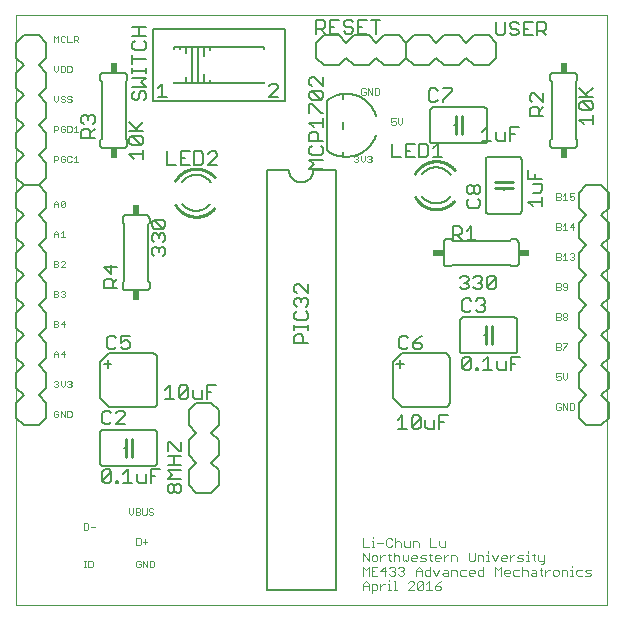
<source format=gto>
G75*
%MOIN*%
%OFA0B0*%
%FSLAX25Y25*%
%IPPOS*%
%LPD*%
%AMOC8*
5,1,8,0,0,1.08239X$1,22.5*
%
%ADD10C,0.00000*%
%ADD11C,0.00200*%
%ADD12C,0.00300*%
%ADD13C,0.00800*%
%ADD14C,0.00500*%
%ADD15C,0.00600*%
%ADD16C,0.01000*%
%ADD17R,0.03400X0.02400*%
%ADD18R,0.02400X0.03400*%
D10*
X0001800Y0001800D02*
X0001800Y0198650D01*
X0198650Y0198650D01*
X0198650Y0001800D01*
X0001800Y0001800D01*
D11*
X0024400Y0014400D02*
X0025134Y0014400D01*
X0024767Y0014400D02*
X0024767Y0016602D01*
X0024400Y0016602D02*
X0025134Y0016602D01*
X0025873Y0016602D02*
X0026974Y0016602D01*
X0027341Y0016235D01*
X0027341Y0014767D01*
X0026974Y0014400D01*
X0025873Y0014400D01*
X0025873Y0016602D01*
X0025501Y0026900D02*
X0025868Y0027267D01*
X0025868Y0028735D01*
X0025501Y0029102D01*
X0024400Y0029102D01*
X0024400Y0026900D01*
X0025501Y0026900D01*
X0026610Y0028001D02*
X0028078Y0028001D01*
X0039400Y0032634D02*
X0040134Y0031900D01*
X0040868Y0032634D01*
X0040868Y0034102D01*
X0041610Y0034102D02*
X0042711Y0034102D01*
X0043078Y0033735D01*
X0043078Y0033368D01*
X0042711Y0033001D01*
X0041610Y0033001D01*
X0042711Y0033001D02*
X0043078Y0032634D01*
X0043078Y0032267D01*
X0042711Y0031900D01*
X0041610Y0031900D01*
X0041610Y0034102D01*
X0043820Y0034102D02*
X0043820Y0032267D01*
X0044187Y0031900D01*
X0044921Y0031900D01*
X0045288Y0032267D01*
X0045288Y0034102D01*
X0046030Y0033735D02*
X0046030Y0033368D01*
X0046397Y0033001D01*
X0047131Y0033001D01*
X0047498Y0032634D01*
X0047498Y0032267D01*
X0047131Y0031900D01*
X0046397Y0031900D01*
X0046030Y0032267D01*
X0046030Y0033735D02*
X0046397Y0034102D01*
X0047131Y0034102D01*
X0047498Y0033735D01*
X0039400Y0034102D02*
X0039400Y0032634D01*
X0041900Y0024102D02*
X0043001Y0024102D01*
X0043368Y0023735D01*
X0043368Y0022267D01*
X0043001Y0021900D01*
X0041900Y0021900D01*
X0041900Y0024102D01*
X0044110Y0023001D02*
X0045578Y0023001D01*
X0044844Y0023735D02*
X0044844Y0022267D01*
X0045578Y0016602D02*
X0045578Y0014400D01*
X0044110Y0016602D01*
X0044110Y0014400D01*
X0043368Y0014767D02*
X0043368Y0015501D01*
X0042634Y0015501D01*
X0043368Y0016235D02*
X0043001Y0016602D01*
X0042267Y0016602D01*
X0041900Y0016235D01*
X0041900Y0014767D01*
X0042267Y0014400D01*
X0043001Y0014400D01*
X0043368Y0014767D01*
X0046320Y0014400D02*
X0047421Y0014400D01*
X0047788Y0014767D01*
X0047788Y0016235D01*
X0047421Y0016602D01*
X0046320Y0016602D01*
X0046320Y0014400D01*
X0019921Y0064400D02*
X0020288Y0064767D01*
X0020288Y0066235D01*
X0019921Y0066602D01*
X0018820Y0066602D01*
X0018820Y0064400D01*
X0019921Y0064400D01*
X0018078Y0064400D02*
X0018078Y0066602D01*
X0016610Y0066602D02*
X0018078Y0064400D01*
X0016610Y0064400D02*
X0016610Y0066602D01*
X0015868Y0066235D02*
X0015501Y0066602D01*
X0014767Y0066602D01*
X0014400Y0066235D01*
X0014400Y0064767D01*
X0014767Y0064400D01*
X0015501Y0064400D01*
X0015868Y0064767D01*
X0015868Y0065501D01*
X0015134Y0065501D01*
X0014767Y0074400D02*
X0014400Y0074767D01*
X0014767Y0074400D02*
X0015501Y0074400D01*
X0015868Y0074767D01*
X0015868Y0075134D01*
X0015501Y0075501D01*
X0015134Y0075501D01*
X0015501Y0075501D02*
X0015868Y0075868D01*
X0015868Y0076235D01*
X0015501Y0076602D01*
X0014767Y0076602D01*
X0014400Y0076235D01*
X0016610Y0076602D02*
X0016610Y0075134D01*
X0017344Y0074400D01*
X0018078Y0075134D01*
X0018078Y0076602D01*
X0018820Y0076235D02*
X0019187Y0076602D01*
X0019921Y0076602D01*
X0020288Y0076235D01*
X0020288Y0075868D01*
X0019921Y0075501D01*
X0020288Y0075134D01*
X0020288Y0074767D01*
X0019921Y0074400D01*
X0019187Y0074400D01*
X0018820Y0074767D01*
X0019554Y0075501D02*
X0019921Y0075501D01*
X0017711Y0084400D02*
X0017711Y0086602D01*
X0016610Y0085501D01*
X0018078Y0085501D01*
X0015868Y0085501D02*
X0014400Y0085501D01*
X0014400Y0085868D02*
X0015134Y0086602D01*
X0015868Y0085868D01*
X0015868Y0084400D01*
X0014400Y0084400D02*
X0014400Y0085868D01*
X0014400Y0094400D02*
X0015501Y0094400D01*
X0015868Y0094767D01*
X0015868Y0095134D01*
X0015501Y0095501D01*
X0014400Y0095501D01*
X0014400Y0094400D02*
X0014400Y0096602D01*
X0015501Y0096602D01*
X0015868Y0096235D01*
X0015868Y0095868D01*
X0015501Y0095501D01*
X0016610Y0095501D02*
X0017711Y0096602D01*
X0017711Y0094400D01*
X0018078Y0095501D02*
X0016610Y0095501D01*
X0016977Y0104400D02*
X0016610Y0104767D01*
X0016977Y0104400D02*
X0017711Y0104400D01*
X0018078Y0104767D01*
X0018078Y0105134D01*
X0017711Y0105501D01*
X0017344Y0105501D01*
X0017711Y0105501D02*
X0018078Y0105868D01*
X0018078Y0106235D01*
X0017711Y0106602D01*
X0016977Y0106602D01*
X0016610Y0106235D01*
X0015868Y0106235D02*
X0015501Y0106602D01*
X0014400Y0106602D01*
X0014400Y0104400D01*
X0015501Y0104400D01*
X0015868Y0104767D01*
X0015868Y0105134D01*
X0015501Y0105501D01*
X0014400Y0105501D01*
X0015501Y0105501D02*
X0015868Y0105868D01*
X0015868Y0106235D01*
X0015501Y0114400D02*
X0014400Y0114400D01*
X0014400Y0116602D01*
X0015501Y0116602D01*
X0015868Y0116235D01*
X0015868Y0115868D01*
X0015501Y0115501D01*
X0014400Y0115501D01*
X0015501Y0115501D02*
X0015868Y0115134D01*
X0015868Y0114767D01*
X0015501Y0114400D01*
X0016610Y0114400D02*
X0018078Y0115868D01*
X0018078Y0116235D01*
X0017711Y0116602D01*
X0016977Y0116602D01*
X0016610Y0116235D01*
X0016610Y0114400D02*
X0018078Y0114400D01*
X0018078Y0124400D02*
X0016610Y0124400D01*
X0017344Y0124400D02*
X0017344Y0126602D01*
X0016610Y0125868D01*
X0015868Y0125868D02*
X0015868Y0124400D01*
X0015868Y0125501D02*
X0014400Y0125501D01*
X0014400Y0125868D02*
X0015134Y0126602D01*
X0015868Y0125868D01*
X0014400Y0125868D02*
X0014400Y0124400D01*
X0014400Y0134400D02*
X0014400Y0135868D01*
X0015134Y0136602D01*
X0015868Y0135868D01*
X0015868Y0134400D01*
X0016610Y0134767D02*
X0018078Y0136235D01*
X0018078Y0134767D01*
X0017711Y0134400D01*
X0016977Y0134400D01*
X0016610Y0134767D01*
X0016610Y0136235D01*
X0016977Y0136602D01*
X0017711Y0136602D01*
X0018078Y0136235D01*
X0015868Y0135501D02*
X0014400Y0135501D01*
X0014400Y0149400D02*
X0014400Y0151602D01*
X0015501Y0151602D01*
X0015868Y0151235D01*
X0015868Y0150501D01*
X0015501Y0150134D01*
X0014400Y0150134D01*
X0016610Y0149767D02*
X0016610Y0151235D01*
X0016977Y0151602D01*
X0017711Y0151602D01*
X0018078Y0151235D01*
X0018078Y0150501D02*
X0017344Y0150501D01*
X0018078Y0150501D02*
X0018078Y0149767D01*
X0017711Y0149400D01*
X0016977Y0149400D01*
X0016610Y0149767D01*
X0018820Y0149767D02*
X0018820Y0151235D01*
X0019187Y0151602D01*
X0019921Y0151602D01*
X0020288Y0151235D01*
X0021030Y0150868D02*
X0021764Y0151602D01*
X0021764Y0149400D01*
X0021030Y0149400D02*
X0022498Y0149400D01*
X0020288Y0149767D02*
X0019921Y0149400D01*
X0019187Y0149400D01*
X0018820Y0149767D01*
X0018820Y0159400D02*
X0019921Y0159400D01*
X0020288Y0159767D01*
X0020288Y0161235D01*
X0019921Y0161602D01*
X0018820Y0161602D01*
X0018820Y0159400D01*
X0018078Y0159767D02*
X0018078Y0160501D01*
X0017344Y0160501D01*
X0018078Y0161235D02*
X0017711Y0161602D01*
X0016977Y0161602D01*
X0016610Y0161235D01*
X0016610Y0159767D01*
X0016977Y0159400D01*
X0017711Y0159400D01*
X0018078Y0159767D01*
X0015868Y0160501D02*
X0015868Y0161235D01*
X0015501Y0161602D01*
X0014400Y0161602D01*
X0014400Y0159400D01*
X0014400Y0160134D02*
X0015501Y0160134D01*
X0015868Y0160501D01*
X0021030Y0160868D02*
X0021764Y0161602D01*
X0021764Y0159400D01*
X0021030Y0159400D02*
X0022498Y0159400D01*
X0019921Y0169400D02*
X0019187Y0169400D01*
X0018820Y0169767D01*
X0018078Y0169767D02*
X0017711Y0169400D01*
X0016977Y0169400D01*
X0016610Y0169767D01*
X0016977Y0170501D02*
X0017711Y0170501D01*
X0018078Y0170134D01*
X0018078Y0169767D01*
X0016977Y0170501D02*
X0016610Y0170868D01*
X0016610Y0171235D01*
X0016977Y0171602D01*
X0017711Y0171602D01*
X0018078Y0171235D01*
X0018820Y0171235D02*
X0018820Y0170868D01*
X0019187Y0170501D01*
X0019921Y0170501D01*
X0020288Y0170134D01*
X0020288Y0169767D01*
X0019921Y0169400D01*
X0020288Y0171235D02*
X0019921Y0171602D01*
X0019187Y0171602D01*
X0018820Y0171235D01*
X0015868Y0171602D02*
X0015868Y0170134D01*
X0015134Y0169400D01*
X0014400Y0170134D01*
X0014400Y0171602D01*
X0015134Y0179400D02*
X0015868Y0180134D01*
X0015868Y0181602D01*
X0016610Y0181602D02*
X0016610Y0179400D01*
X0017711Y0179400D01*
X0018078Y0179767D01*
X0018078Y0181235D01*
X0017711Y0181602D01*
X0016610Y0181602D01*
X0018820Y0181602D02*
X0018820Y0179400D01*
X0019921Y0179400D01*
X0020288Y0179767D01*
X0020288Y0181235D01*
X0019921Y0181602D01*
X0018820Y0181602D01*
X0015134Y0179400D02*
X0014400Y0180134D01*
X0014400Y0181602D01*
X0014400Y0189400D02*
X0014400Y0191602D01*
X0015134Y0190868D01*
X0015868Y0191602D01*
X0015868Y0189400D01*
X0016610Y0189767D02*
X0016610Y0191235D01*
X0016977Y0191602D01*
X0017711Y0191602D01*
X0018078Y0191235D01*
X0018820Y0191602D02*
X0018820Y0189400D01*
X0020288Y0189400D01*
X0021030Y0189400D02*
X0021030Y0191602D01*
X0022131Y0191602D01*
X0022498Y0191235D01*
X0022498Y0190501D01*
X0022131Y0190134D01*
X0021030Y0190134D01*
X0021764Y0190134D02*
X0022498Y0189400D01*
X0018078Y0189767D02*
X0017711Y0189400D01*
X0016977Y0189400D01*
X0016610Y0189767D01*
X0114400Y0151235D02*
X0114767Y0151602D01*
X0115501Y0151602D01*
X0115868Y0151235D01*
X0115868Y0150868D01*
X0115501Y0150501D01*
X0115868Y0150134D01*
X0115868Y0149767D01*
X0115501Y0149400D01*
X0114767Y0149400D01*
X0114400Y0149767D01*
X0115134Y0150501D02*
X0115501Y0150501D01*
X0116610Y0150134D02*
X0117344Y0149400D01*
X0118078Y0150134D01*
X0118078Y0151602D01*
X0118820Y0151235D02*
X0119187Y0151602D01*
X0119921Y0151602D01*
X0120288Y0151235D01*
X0120288Y0150868D01*
X0119921Y0150501D01*
X0120288Y0150134D01*
X0120288Y0149767D01*
X0119921Y0149400D01*
X0119187Y0149400D01*
X0118820Y0149767D01*
X0119554Y0150501D02*
X0119921Y0150501D01*
X0116610Y0150134D02*
X0116610Y0151602D01*
X0127267Y0161900D02*
X0126900Y0162267D01*
X0127267Y0161900D02*
X0128001Y0161900D01*
X0128368Y0162267D01*
X0128368Y0163001D01*
X0128001Y0163368D01*
X0127634Y0163368D01*
X0126900Y0163001D01*
X0126900Y0164102D01*
X0128368Y0164102D01*
X0129110Y0164102D02*
X0129110Y0162634D01*
X0129844Y0161900D01*
X0130578Y0162634D01*
X0130578Y0164102D01*
X0122421Y0171900D02*
X0122788Y0172267D01*
X0122788Y0173735D01*
X0122421Y0174102D01*
X0121320Y0174102D01*
X0121320Y0171900D01*
X0122421Y0171900D01*
X0120578Y0171900D02*
X0120578Y0174102D01*
X0119110Y0174102D02*
X0120578Y0171900D01*
X0119110Y0171900D02*
X0119110Y0174102D01*
X0118368Y0173735D02*
X0118001Y0174102D01*
X0117267Y0174102D01*
X0116900Y0173735D01*
X0116900Y0172267D01*
X0117267Y0171900D01*
X0118001Y0171900D01*
X0118368Y0172267D01*
X0118368Y0173001D01*
X0117634Y0173001D01*
X0181900Y0139102D02*
X0181900Y0136900D01*
X0183001Y0136900D01*
X0183368Y0137267D01*
X0183368Y0137634D01*
X0183001Y0138001D01*
X0181900Y0138001D01*
X0181900Y0139102D02*
X0183001Y0139102D01*
X0183368Y0138735D01*
X0183368Y0138368D01*
X0183001Y0138001D01*
X0184110Y0138368D02*
X0184844Y0139102D01*
X0184844Y0136900D01*
X0184110Y0136900D02*
X0185578Y0136900D01*
X0186320Y0137267D02*
X0186687Y0136900D01*
X0187421Y0136900D01*
X0187788Y0137267D01*
X0187788Y0138001D01*
X0187421Y0138368D01*
X0187054Y0138368D01*
X0186320Y0138001D01*
X0186320Y0139102D01*
X0187788Y0139102D01*
X0187421Y0129102D02*
X0186320Y0128001D01*
X0187788Y0128001D01*
X0187421Y0126900D02*
X0187421Y0129102D01*
X0185578Y0126900D02*
X0184110Y0126900D01*
X0184844Y0126900D02*
X0184844Y0129102D01*
X0184110Y0128368D01*
X0183368Y0128368D02*
X0183001Y0128001D01*
X0181900Y0128001D01*
X0181900Y0126900D02*
X0181900Y0129102D01*
X0183001Y0129102D01*
X0183368Y0128735D01*
X0183368Y0128368D01*
X0183001Y0128001D02*
X0183368Y0127634D01*
X0183368Y0127267D01*
X0183001Y0126900D01*
X0181900Y0126900D01*
X0181900Y0119102D02*
X0183001Y0119102D01*
X0183368Y0118735D01*
X0183368Y0118368D01*
X0183001Y0118001D01*
X0181900Y0118001D01*
X0181900Y0116900D02*
X0181900Y0119102D01*
X0183001Y0118001D02*
X0183368Y0117634D01*
X0183368Y0117267D01*
X0183001Y0116900D01*
X0181900Y0116900D01*
X0184110Y0116900D02*
X0185578Y0116900D01*
X0184844Y0116900D02*
X0184844Y0119102D01*
X0184110Y0118368D01*
X0186320Y0118735D02*
X0186687Y0119102D01*
X0187421Y0119102D01*
X0187788Y0118735D01*
X0187788Y0118368D01*
X0187421Y0118001D01*
X0187788Y0117634D01*
X0187788Y0117267D01*
X0187421Y0116900D01*
X0186687Y0116900D01*
X0186320Y0117267D01*
X0187054Y0118001D02*
X0187421Y0118001D01*
X0185211Y0109102D02*
X0184477Y0109102D01*
X0184110Y0108735D01*
X0184110Y0108368D01*
X0184477Y0108001D01*
X0185578Y0108001D01*
X0185578Y0107267D02*
X0185578Y0108735D01*
X0185211Y0109102D01*
X0185578Y0107267D02*
X0185211Y0106900D01*
X0184477Y0106900D01*
X0184110Y0107267D01*
X0183368Y0107267D02*
X0183001Y0106900D01*
X0181900Y0106900D01*
X0181900Y0109102D01*
X0183001Y0109102D01*
X0183368Y0108735D01*
X0183368Y0108368D01*
X0183001Y0108001D01*
X0181900Y0108001D01*
X0183001Y0108001D02*
X0183368Y0107634D01*
X0183368Y0107267D01*
X0183001Y0099102D02*
X0181900Y0099102D01*
X0181900Y0096900D01*
X0183001Y0096900D01*
X0183368Y0097267D01*
X0183368Y0097634D01*
X0183001Y0098001D01*
X0181900Y0098001D01*
X0183001Y0098001D02*
X0183368Y0098368D01*
X0183368Y0098735D01*
X0183001Y0099102D01*
X0184110Y0098735D02*
X0184110Y0098368D01*
X0184477Y0098001D01*
X0185211Y0098001D01*
X0185578Y0097634D01*
X0185578Y0097267D01*
X0185211Y0096900D01*
X0184477Y0096900D01*
X0184110Y0097267D01*
X0184110Y0097634D01*
X0184477Y0098001D01*
X0185211Y0098001D02*
X0185578Y0098368D01*
X0185578Y0098735D01*
X0185211Y0099102D01*
X0184477Y0099102D01*
X0184110Y0098735D01*
X0184110Y0089102D02*
X0185578Y0089102D01*
X0185578Y0088735D01*
X0184110Y0087267D01*
X0184110Y0086900D01*
X0183368Y0087267D02*
X0183001Y0086900D01*
X0181900Y0086900D01*
X0181900Y0089102D01*
X0183001Y0089102D01*
X0183368Y0088735D01*
X0183368Y0088368D01*
X0183001Y0088001D01*
X0181900Y0088001D01*
X0183001Y0088001D02*
X0183368Y0087634D01*
X0183368Y0087267D01*
X0183368Y0079102D02*
X0181900Y0079102D01*
X0181900Y0078001D01*
X0182634Y0078368D01*
X0183001Y0078368D01*
X0183368Y0078001D01*
X0183368Y0077267D01*
X0183001Y0076900D01*
X0182267Y0076900D01*
X0181900Y0077267D01*
X0184110Y0077634D02*
X0184110Y0079102D01*
X0185578Y0079102D02*
X0185578Y0077634D01*
X0184844Y0076900D01*
X0184110Y0077634D01*
X0184110Y0069102D02*
X0185578Y0066900D01*
X0185578Y0069102D01*
X0186320Y0069102D02*
X0187421Y0069102D01*
X0187788Y0068735D01*
X0187788Y0067267D01*
X0187421Y0066900D01*
X0186320Y0066900D01*
X0186320Y0069102D01*
X0184110Y0069102D02*
X0184110Y0066900D01*
X0183368Y0067267D02*
X0183368Y0068001D01*
X0182634Y0068001D01*
X0183368Y0068735D02*
X0183001Y0069102D01*
X0182267Y0069102D01*
X0181900Y0068735D01*
X0181900Y0067267D01*
X0182267Y0066900D01*
X0183001Y0066900D01*
X0183368Y0067267D01*
D12*
X0144821Y0023185D02*
X0144821Y0021250D01*
X0143370Y0021250D01*
X0142886Y0021734D01*
X0142886Y0023185D01*
X0141874Y0021250D02*
X0139939Y0021250D01*
X0139939Y0024152D01*
X0135981Y0022701D02*
X0135981Y0021250D01*
X0135981Y0022701D02*
X0135498Y0023185D01*
X0134046Y0023185D01*
X0134046Y0021250D01*
X0133035Y0021250D02*
X0133035Y0023185D01*
X0133035Y0021250D02*
X0131584Y0021250D01*
X0131100Y0021734D01*
X0131100Y0023185D01*
X0130088Y0022701D02*
X0130088Y0021250D01*
X0130088Y0022701D02*
X0129605Y0023185D01*
X0128637Y0023185D01*
X0128153Y0022701D01*
X0127142Y0021734D02*
X0126658Y0021250D01*
X0125691Y0021250D01*
X0125207Y0021734D01*
X0125207Y0023669D01*
X0125691Y0024152D01*
X0126658Y0024152D01*
X0127142Y0023669D01*
X0128153Y0024152D02*
X0128153Y0021250D01*
X0127662Y0019352D02*
X0127662Y0016450D01*
X0126665Y0016450D02*
X0126182Y0016934D01*
X0126182Y0018869D01*
X0126665Y0018385D02*
X0125698Y0018385D01*
X0124694Y0018385D02*
X0124210Y0018385D01*
X0123242Y0017417D01*
X0123242Y0016450D02*
X0123242Y0018385D01*
X0122231Y0017901D02*
X0121747Y0018385D01*
X0120780Y0018385D01*
X0120296Y0017901D01*
X0120296Y0016934D01*
X0120780Y0016450D01*
X0121747Y0016450D01*
X0122231Y0016934D01*
X0122231Y0017901D01*
X0119284Y0016450D02*
X0119284Y0019352D01*
X0119284Y0021250D02*
X0117349Y0021250D01*
X0117349Y0024152D01*
X0120296Y0023185D02*
X0120780Y0023185D01*
X0120780Y0021250D01*
X0121263Y0021250D02*
X0120296Y0021250D01*
X0122260Y0022701D02*
X0124195Y0022701D01*
X0120780Y0024152D02*
X0120780Y0024636D01*
X0117349Y0019352D02*
X0119284Y0016450D01*
X0119284Y0014552D02*
X0119284Y0011650D01*
X0120296Y0011650D02*
X0122231Y0011650D01*
X0121263Y0013101D02*
X0120296Y0013101D01*
X0120296Y0014552D02*
X0120296Y0011650D01*
X0118317Y0009752D02*
X0119284Y0008785D01*
X0119284Y0006850D01*
X0120296Y0006850D02*
X0121747Y0006850D01*
X0122231Y0007334D01*
X0122231Y0008301D01*
X0121747Y0008785D01*
X0120296Y0008785D01*
X0120296Y0005883D01*
X0117349Y0006850D02*
X0117349Y0008785D01*
X0118317Y0009752D01*
X0119284Y0008301D02*
X0117349Y0008301D01*
X0117349Y0011650D02*
X0117349Y0014552D01*
X0118317Y0013585D01*
X0119284Y0014552D01*
X0120296Y0014552D02*
X0122231Y0014552D01*
X0123242Y0013101D02*
X0125177Y0013101D01*
X0126189Y0012134D02*
X0126673Y0011650D01*
X0127640Y0011650D01*
X0128124Y0012134D01*
X0128124Y0012617D01*
X0127640Y0013101D01*
X0127156Y0013101D01*
X0127640Y0013101D02*
X0128124Y0013585D01*
X0128124Y0014069D01*
X0127640Y0014552D01*
X0126673Y0014552D01*
X0126189Y0014069D01*
X0124694Y0014552D02*
X0124694Y0011650D01*
X0126182Y0010236D02*
X0126182Y0009752D01*
X0126182Y0008785D02*
X0126182Y0006850D01*
X0126665Y0006850D02*
X0125698Y0006850D01*
X0125698Y0008785D02*
X0126182Y0008785D01*
X0124694Y0008785D02*
X0124210Y0008785D01*
X0123242Y0007817D01*
X0123242Y0006850D02*
X0123242Y0008785D01*
X0123242Y0013101D02*
X0124694Y0014552D01*
X0127662Y0017901D02*
X0128146Y0018385D01*
X0129113Y0018385D01*
X0129597Y0017901D01*
X0129597Y0016450D01*
X0130609Y0016934D02*
X0131093Y0016450D01*
X0131576Y0016934D01*
X0132060Y0016450D01*
X0132544Y0016934D01*
X0132544Y0018385D01*
X0133555Y0017901D02*
X0134039Y0018385D01*
X0135007Y0018385D01*
X0135490Y0017901D01*
X0135490Y0017417D01*
X0133555Y0017417D01*
X0133555Y0016934D02*
X0133555Y0017901D01*
X0133555Y0016934D02*
X0134039Y0016450D01*
X0135007Y0016450D01*
X0136502Y0016450D02*
X0137953Y0016450D01*
X0138437Y0016934D01*
X0137953Y0017417D01*
X0136986Y0017417D01*
X0136502Y0017901D01*
X0136986Y0018385D01*
X0138437Y0018385D01*
X0139448Y0018385D02*
X0140416Y0018385D01*
X0139932Y0018869D02*
X0139932Y0016934D01*
X0140416Y0016450D01*
X0141413Y0016934D02*
X0141413Y0017901D01*
X0141896Y0018385D01*
X0142864Y0018385D01*
X0143348Y0017901D01*
X0143348Y0017417D01*
X0141413Y0017417D01*
X0141413Y0016934D02*
X0141896Y0016450D01*
X0142864Y0016450D01*
X0144359Y0016450D02*
X0144359Y0018385D01*
X0144359Y0017417D02*
X0145327Y0018385D01*
X0145810Y0018385D01*
X0146815Y0018385D02*
X0146815Y0016450D01*
X0148750Y0016450D02*
X0148750Y0017901D01*
X0148266Y0018385D01*
X0146815Y0018385D01*
X0152708Y0019352D02*
X0152708Y0016934D01*
X0153191Y0016450D01*
X0154159Y0016450D01*
X0154643Y0016934D01*
X0154643Y0019352D01*
X0155654Y0018385D02*
X0155654Y0016450D01*
X0155654Y0018385D02*
X0157105Y0018385D01*
X0157589Y0017901D01*
X0157589Y0016450D01*
X0158601Y0016450D02*
X0159568Y0016450D01*
X0159084Y0016450D02*
X0159084Y0018385D01*
X0158601Y0018385D01*
X0159084Y0019352D02*
X0159084Y0019836D01*
X0160565Y0018385D02*
X0161533Y0016450D01*
X0162500Y0018385D01*
X0163512Y0017901D02*
X0163995Y0018385D01*
X0164963Y0018385D01*
X0165447Y0017901D01*
X0165447Y0017417D01*
X0163512Y0017417D01*
X0163512Y0016934D02*
X0163512Y0017901D01*
X0163512Y0016934D02*
X0163995Y0016450D01*
X0164963Y0016450D01*
X0166458Y0016450D02*
X0166458Y0018385D01*
X0166458Y0017417D02*
X0167426Y0018385D01*
X0167909Y0018385D01*
X0168913Y0017901D02*
X0169397Y0018385D01*
X0170848Y0018385D01*
X0171860Y0018385D02*
X0172344Y0018385D01*
X0172344Y0016450D01*
X0172827Y0016450D02*
X0171860Y0016450D01*
X0170848Y0016934D02*
X0170365Y0017417D01*
X0169397Y0017417D01*
X0168913Y0017901D01*
X0168913Y0016450D02*
X0170365Y0016450D01*
X0170848Y0016934D01*
X0170387Y0014552D02*
X0170387Y0011650D01*
X0169375Y0011650D02*
X0167924Y0011650D01*
X0167440Y0012134D01*
X0167440Y0013101D01*
X0167924Y0013585D01*
X0169375Y0013585D01*
X0170387Y0013101D02*
X0170871Y0013585D01*
X0171838Y0013585D01*
X0172322Y0013101D01*
X0172322Y0011650D01*
X0173333Y0012134D02*
X0173817Y0012617D01*
X0175268Y0012617D01*
X0175268Y0013101D02*
X0175268Y0011650D01*
X0173817Y0011650D01*
X0173333Y0012134D01*
X0173817Y0013585D02*
X0174785Y0013585D01*
X0175268Y0013101D01*
X0176280Y0013585D02*
X0177247Y0013585D01*
X0176764Y0014069D02*
X0176764Y0012134D01*
X0177247Y0011650D01*
X0178244Y0011650D02*
X0178244Y0013585D01*
X0178244Y0012617D02*
X0179212Y0013585D01*
X0179695Y0013585D01*
X0180700Y0013101D02*
X0180700Y0012134D01*
X0181183Y0011650D01*
X0182151Y0011650D01*
X0182635Y0012134D01*
X0182635Y0013101D01*
X0182151Y0013585D01*
X0181183Y0013585D01*
X0180700Y0013101D01*
X0177724Y0015966D02*
X0177240Y0015483D01*
X0176756Y0015483D01*
X0176272Y0016450D02*
X0177724Y0016450D01*
X0177724Y0015966D02*
X0177724Y0018385D01*
X0175789Y0018385D02*
X0175789Y0016934D01*
X0176272Y0016450D01*
X0174792Y0016450D02*
X0174308Y0016934D01*
X0174308Y0018869D01*
X0173824Y0018385D02*
X0174792Y0018385D01*
X0172344Y0019352D02*
X0172344Y0019836D01*
X0165945Y0013585D02*
X0166429Y0013101D01*
X0166429Y0012617D01*
X0164494Y0012617D01*
X0164494Y0012134D02*
X0164494Y0013101D01*
X0164977Y0013585D01*
X0165945Y0013585D01*
X0165945Y0011650D02*
X0164977Y0011650D01*
X0164494Y0012134D01*
X0163482Y0011650D02*
X0163482Y0014552D01*
X0162515Y0013585D01*
X0161547Y0014552D01*
X0161547Y0011650D01*
X0157589Y0011650D02*
X0157589Y0014552D01*
X0157589Y0013585D02*
X0156138Y0013585D01*
X0155654Y0013101D01*
X0155654Y0012134D01*
X0156138Y0011650D01*
X0157589Y0011650D01*
X0154643Y0012617D02*
X0152708Y0012617D01*
X0152708Y0012134D02*
X0152708Y0013101D01*
X0153191Y0013585D01*
X0154159Y0013585D01*
X0154643Y0013101D01*
X0154643Y0012617D01*
X0154159Y0011650D02*
X0153191Y0011650D01*
X0152708Y0012134D01*
X0151696Y0011650D02*
X0150245Y0011650D01*
X0149761Y0012134D01*
X0149761Y0013101D01*
X0150245Y0013585D01*
X0151696Y0013585D01*
X0148750Y0013101D02*
X0148750Y0011650D01*
X0148750Y0013101D02*
X0148266Y0013585D01*
X0146815Y0013585D01*
X0146815Y0011650D01*
X0145803Y0011650D02*
X0145803Y0013101D01*
X0145319Y0013585D01*
X0144352Y0013585D01*
X0144352Y0012617D02*
X0145803Y0012617D01*
X0145803Y0011650D02*
X0144352Y0011650D01*
X0143868Y0012134D01*
X0144352Y0012617D01*
X0142857Y0013585D02*
X0141889Y0011650D01*
X0140922Y0013585D01*
X0139910Y0013585D02*
X0138459Y0013585D01*
X0137975Y0013101D01*
X0137975Y0012134D01*
X0138459Y0011650D01*
X0139910Y0011650D01*
X0139910Y0014552D01*
X0136964Y0013585D02*
X0136964Y0011650D01*
X0136964Y0013101D02*
X0135029Y0013101D01*
X0135029Y0013585D02*
X0135996Y0014552D01*
X0136964Y0013585D01*
X0135029Y0013585D02*
X0135029Y0011650D01*
X0136003Y0009752D02*
X0136971Y0009752D01*
X0137455Y0009269D01*
X0135520Y0007334D01*
X0136003Y0006850D01*
X0136971Y0006850D01*
X0137455Y0007334D01*
X0137455Y0009269D01*
X0138466Y0008785D02*
X0139434Y0009752D01*
X0139434Y0006850D01*
X0140401Y0006850D02*
X0138466Y0006850D01*
X0135520Y0007334D02*
X0135520Y0009269D01*
X0136003Y0009752D01*
X0134508Y0009269D02*
X0134024Y0009752D01*
X0133057Y0009752D01*
X0132573Y0009269D01*
X0134508Y0009269D02*
X0134508Y0008785D01*
X0132573Y0006850D01*
X0134508Y0006850D01*
X0130587Y0011650D02*
X0129619Y0011650D01*
X0129136Y0012134D01*
X0130103Y0013101D02*
X0130587Y0013101D01*
X0131070Y0012617D01*
X0131070Y0012134D01*
X0130587Y0011650D01*
X0130587Y0013101D02*
X0131070Y0013585D01*
X0131070Y0014069D01*
X0130587Y0014552D01*
X0129619Y0014552D01*
X0129136Y0014069D01*
X0130609Y0016934D02*
X0130609Y0018385D01*
X0128146Y0009752D02*
X0128146Y0006850D01*
X0127662Y0006850D02*
X0128630Y0006850D01*
X0128146Y0009752D02*
X0127662Y0009752D01*
X0117349Y0016450D02*
X0117349Y0019352D01*
X0141413Y0008301D02*
X0141413Y0007334D01*
X0141896Y0006850D01*
X0142864Y0006850D01*
X0143348Y0007334D01*
X0143348Y0007817D01*
X0142864Y0008301D01*
X0141413Y0008301D01*
X0142380Y0009269D01*
X0143348Y0009752D01*
X0183646Y0011650D02*
X0183646Y0013585D01*
X0185097Y0013585D01*
X0185581Y0013101D01*
X0185581Y0011650D01*
X0186593Y0011650D02*
X0187560Y0011650D01*
X0187076Y0011650D02*
X0187076Y0013585D01*
X0186593Y0013585D01*
X0187076Y0014552D02*
X0187076Y0015036D01*
X0188557Y0013101D02*
X0188557Y0012134D01*
X0189041Y0011650D01*
X0190492Y0011650D01*
X0191503Y0011650D02*
X0192955Y0011650D01*
X0193438Y0012134D01*
X0192955Y0012617D01*
X0191987Y0012617D01*
X0191503Y0013101D01*
X0191987Y0013585D01*
X0193438Y0013585D01*
X0190492Y0013585D02*
X0189041Y0013585D01*
X0188557Y0013101D01*
D13*
X0191800Y0061800D02*
X0189300Y0064300D01*
X0189300Y0069300D01*
X0191800Y0071800D01*
X0189300Y0074300D01*
X0189300Y0079300D01*
X0191800Y0081800D01*
X0189300Y0084300D01*
X0189300Y0089300D01*
X0191800Y0091800D01*
X0189300Y0094300D01*
X0189300Y0099300D01*
X0191800Y0101800D01*
X0189300Y0104300D01*
X0189300Y0109300D01*
X0191800Y0111800D01*
X0189300Y0114300D01*
X0189300Y0119300D01*
X0191800Y0121800D01*
X0189300Y0124300D01*
X0189300Y0129300D01*
X0191800Y0131800D01*
X0189300Y0134300D01*
X0189300Y0139300D01*
X0191800Y0141800D01*
X0196800Y0141800D01*
X0199300Y0139300D01*
X0199300Y0134300D01*
X0196800Y0131800D01*
X0199300Y0129300D01*
X0199300Y0124300D01*
X0196800Y0121800D01*
X0199300Y0119300D01*
X0199300Y0114300D01*
X0196800Y0111800D01*
X0199300Y0109300D01*
X0199300Y0104300D01*
X0196800Y0101800D01*
X0199300Y0099300D01*
X0199300Y0094300D01*
X0196800Y0091800D01*
X0199300Y0089300D01*
X0199300Y0084300D01*
X0196800Y0081800D01*
X0199300Y0079300D01*
X0199300Y0074300D01*
X0196800Y0071800D01*
X0199300Y0069300D01*
X0199300Y0064300D01*
X0196800Y0061800D01*
X0191800Y0061800D01*
X0159300Y0181800D02*
X0154300Y0181800D01*
X0151800Y0184300D01*
X0149300Y0181800D01*
X0144300Y0181800D01*
X0141800Y0184300D01*
X0139300Y0181800D01*
X0134300Y0181800D01*
X0131800Y0184300D01*
X0131800Y0189300D01*
X0134300Y0191800D01*
X0139300Y0191800D01*
X0141800Y0189300D01*
X0144300Y0191800D01*
X0149300Y0191800D01*
X0151800Y0189300D01*
X0154300Y0191800D01*
X0159300Y0191800D01*
X0161800Y0189300D01*
X0161800Y0184300D01*
X0159300Y0181800D01*
X0131800Y0184300D02*
X0129300Y0181800D01*
X0124300Y0181800D01*
X0121800Y0184300D01*
X0119300Y0181800D01*
X0114300Y0181800D01*
X0111800Y0184300D01*
X0109300Y0181800D01*
X0104300Y0181800D01*
X0101800Y0184300D01*
X0101800Y0189300D01*
X0104300Y0191800D01*
X0109300Y0191800D01*
X0111800Y0189300D01*
X0114300Y0191800D01*
X0119300Y0191800D01*
X0121800Y0189300D01*
X0124300Y0191800D01*
X0129300Y0191800D01*
X0131800Y0189300D01*
X0131800Y0184300D01*
X0066800Y0069300D02*
X0061800Y0069300D01*
X0059300Y0066800D01*
X0059300Y0061800D01*
X0061800Y0059300D01*
X0059300Y0056800D01*
X0059300Y0051800D01*
X0061800Y0049300D01*
X0059300Y0046800D01*
X0059300Y0041800D01*
X0061800Y0039300D01*
X0066800Y0039300D01*
X0069300Y0041800D01*
X0069300Y0046800D01*
X0066800Y0049300D01*
X0069300Y0051800D01*
X0069300Y0056800D01*
X0066800Y0059300D01*
X0069300Y0061800D01*
X0069300Y0066800D01*
X0066800Y0069300D01*
X0011800Y0069300D02*
X0011800Y0064300D01*
X0009300Y0061800D01*
X0004300Y0061800D01*
X0001800Y0064300D01*
X0001800Y0069300D01*
X0004300Y0071800D01*
X0001800Y0074300D01*
X0001800Y0079300D01*
X0004300Y0081800D01*
X0001800Y0084300D01*
X0001800Y0089300D01*
X0004300Y0091800D01*
X0001800Y0094300D01*
X0001800Y0099300D01*
X0004300Y0101800D01*
X0001800Y0104300D01*
X0001800Y0109300D01*
X0004300Y0111800D01*
X0001800Y0114300D01*
X0001800Y0119300D01*
X0004300Y0121800D01*
X0001800Y0124300D01*
X0001800Y0129300D01*
X0004300Y0131800D01*
X0001800Y0134300D01*
X0001800Y0139300D01*
X0004300Y0141800D01*
X0009300Y0141800D01*
X0011800Y0144300D01*
X0011800Y0149300D01*
X0009300Y0151800D01*
X0011800Y0154300D01*
X0011800Y0159300D01*
X0009300Y0161800D01*
X0011800Y0164300D01*
X0011800Y0169300D01*
X0009300Y0171800D01*
X0011800Y0174300D01*
X0011800Y0179300D01*
X0009300Y0181800D01*
X0011800Y0184300D01*
X0011800Y0189300D01*
X0009300Y0191800D01*
X0004300Y0191800D01*
X0001800Y0189300D01*
X0001800Y0184300D01*
X0004300Y0181800D01*
X0001800Y0179300D01*
X0001800Y0174300D01*
X0004300Y0171800D01*
X0001800Y0169300D01*
X0001800Y0164300D01*
X0004300Y0161800D01*
X0001800Y0159300D01*
X0001800Y0154300D01*
X0004300Y0151800D01*
X0001800Y0149300D01*
X0001800Y0144300D01*
X0004300Y0141800D01*
X0009300Y0141800D01*
X0011800Y0139300D01*
X0011800Y0134300D01*
X0009300Y0131800D01*
X0011800Y0129300D01*
X0011800Y0124300D01*
X0009300Y0121800D01*
X0011800Y0119300D01*
X0011800Y0114300D01*
X0009300Y0111800D01*
X0011800Y0109300D01*
X0011800Y0104300D01*
X0009300Y0101800D01*
X0011800Y0099300D01*
X0011800Y0094300D01*
X0009300Y0091800D01*
X0011800Y0089300D01*
X0011800Y0084300D01*
X0009300Y0081800D01*
X0011800Y0079300D01*
X0011800Y0074300D01*
X0009300Y0071800D01*
X0011800Y0069300D01*
D14*
X0030550Y0065803D02*
X0030550Y0062801D01*
X0031301Y0062050D01*
X0032802Y0062050D01*
X0033553Y0062801D01*
X0035154Y0062050D02*
X0038156Y0065053D01*
X0038156Y0065803D01*
X0037406Y0066554D01*
X0035905Y0066554D01*
X0035154Y0065803D01*
X0033553Y0065803D02*
X0032802Y0066554D01*
X0031301Y0066554D01*
X0030550Y0065803D01*
X0035154Y0062050D02*
X0038156Y0062050D01*
X0038957Y0047054D02*
X0038957Y0042550D01*
X0037456Y0042550D02*
X0040458Y0042550D01*
X0042060Y0043301D02*
X0042810Y0042550D01*
X0045062Y0042550D01*
X0045062Y0045553D01*
X0046664Y0044802D02*
X0048165Y0044802D01*
X0046664Y0042550D02*
X0046664Y0047054D01*
X0049666Y0047054D01*
X0052346Y0046856D02*
X0053847Y0045355D01*
X0052346Y0043854D01*
X0056850Y0043854D01*
X0056099Y0042253D02*
X0056850Y0041502D01*
X0056850Y0040001D01*
X0056099Y0039250D01*
X0055349Y0039250D01*
X0054598Y0040001D01*
X0054598Y0041502D01*
X0055349Y0042253D01*
X0056099Y0042253D01*
X0054598Y0041502D02*
X0053847Y0042253D01*
X0053097Y0042253D01*
X0052346Y0041502D01*
X0052346Y0040001D01*
X0053097Y0039250D01*
X0053847Y0039250D01*
X0054598Y0040001D01*
X0052346Y0046856D02*
X0056850Y0046856D01*
X0056850Y0048458D02*
X0052346Y0048458D01*
X0054598Y0048458D02*
X0054598Y0051460D01*
X0056099Y0053062D02*
X0056850Y0053062D01*
X0056850Y0056064D01*
X0056099Y0053062D02*
X0053097Y0056064D01*
X0052346Y0056064D01*
X0052346Y0053062D01*
X0052346Y0051460D02*
X0056850Y0051460D01*
X0042060Y0045553D02*
X0042060Y0043301D01*
X0038957Y0047054D02*
X0037456Y0045553D01*
X0035905Y0043301D02*
X0035905Y0042550D01*
X0035154Y0042550D01*
X0035154Y0043301D01*
X0035905Y0043301D01*
X0033553Y0043301D02*
X0032802Y0042550D01*
X0031301Y0042550D01*
X0030550Y0043301D01*
X0033553Y0046303D01*
X0033553Y0043301D01*
X0030550Y0043301D02*
X0030550Y0046303D01*
X0031301Y0047054D01*
X0032802Y0047054D01*
X0033553Y0046303D01*
X0051550Y0070550D02*
X0054553Y0070550D01*
X0053051Y0070550D02*
X0053051Y0075054D01*
X0051550Y0073553D01*
X0056154Y0074303D02*
X0056154Y0071301D01*
X0059156Y0074303D01*
X0059156Y0071301D01*
X0058406Y0070550D01*
X0056905Y0070550D01*
X0056154Y0071301D01*
X0056154Y0074303D02*
X0056905Y0075054D01*
X0058406Y0075054D01*
X0059156Y0074303D01*
X0060758Y0073553D02*
X0060758Y0071301D01*
X0061508Y0070550D01*
X0063760Y0070550D01*
X0063760Y0073553D01*
X0065362Y0072802D02*
X0066863Y0072802D01*
X0065362Y0070550D02*
X0065362Y0075054D01*
X0068364Y0075054D01*
X0094546Y0089065D02*
X0094546Y0091317D01*
X0095297Y0092068D01*
X0096798Y0092068D01*
X0097549Y0091317D01*
X0097549Y0089065D01*
X0099050Y0089065D02*
X0094546Y0089065D01*
X0094546Y0093669D02*
X0094546Y0095170D01*
X0094546Y0094420D02*
X0099050Y0094420D01*
X0099050Y0095170D02*
X0099050Y0093669D01*
X0098299Y0096738D02*
X0095297Y0096738D01*
X0094546Y0097489D01*
X0094546Y0098990D01*
X0095297Y0099741D01*
X0095297Y0101342D02*
X0094546Y0102093D01*
X0094546Y0103594D01*
X0095297Y0104345D01*
X0096047Y0104345D01*
X0096798Y0103594D01*
X0097549Y0104345D01*
X0098299Y0104345D01*
X0099050Y0103594D01*
X0099050Y0102093D01*
X0098299Y0101342D01*
X0098299Y0099741D02*
X0099050Y0098990D01*
X0099050Y0097489D01*
X0098299Y0096738D01*
X0096798Y0102843D02*
X0096798Y0103594D01*
X0095297Y0105946D02*
X0094546Y0106697D01*
X0094546Y0108198D01*
X0095297Y0108949D01*
X0096047Y0108949D01*
X0099050Y0105946D01*
X0099050Y0108949D01*
X0129550Y0090803D02*
X0129550Y0087801D01*
X0130301Y0087050D01*
X0131802Y0087050D01*
X0132553Y0087801D01*
X0134154Y0087801D02*
X0134154Y0089302D01*
X0136406Y0089302D01*
X0137156Y0088551D01*
X0137156Y0087801D01*
X0136406Y0087050D01*
X0134905Y0087050D01*
X0134154Y0087801D01*
X0134154Y0089302D02*
X0135655Y0090803D01*
X0137156Y0091554D01*
X0132553Y0090803D02*
X0131802Y0091554D01*
X0130301Y0091554D01*
X0129550Y0090803D01*
X0150550Y0083803D02*
X0150550Y0080801D01*
X0153553Y0083803D01*
X0153553Y0080801D01*
X0152802Y0080050D01*
X0151301Y0080050D01*
X0150550Y0080801D01*
X0150550Y0083803D02*
X0151301Y0084554D01*
X0152802Y0084554D01*
X0153553Y0083803D01*
X0155154Y0080801D02*
X0155905Y0080801D01*
X0155905Y0080050D01*
X0155154Y0080050D01*
X0155154Y0080801D01*
X0157456Y0080050D02*
X0160458Y0080050D01*
X0158957Y0080050D02*
X0158957Y0084554D01*
X0157456Y0083053D01*
X0162060Y0083053D02*
X0162060Y0080801D01*
X0162810Y0080050D01*
X0165062Y0080050D01*
X0165062Y0083053D01*
X0166664Y0082302D02*
X0168165Y0082302D01*
X0166664Y0080050D02*
X0166664Y0084554D01*
X0169666Y0084554D01*
X0157406Y0099550D02*
X0155905Y0099550D01*
X0155154Y0100301D01*
X0153553Y0100301D02*
X0152802Y0099550D01*
X0151301Y0099550D01*
X0150550Y0100301D01*
X0150550Y0103303D01*
X0151301Y0104054D01*
X0152802Y0104054D01*
X0153553Y0103303D01*
X0155154Y0103303D02*
X0155905Y0104054D01*
X0157406Y0104054D01*
X0158156Y0103303D01*
X0158156Y0102553D01*
X0157406Y0101802D01*
X0158156Y0101051D01*
X0158156Y0100301D01*
X0157406Y0099550D01*
X0157406Y0101802D02*
X0156655Y0101802D01*
X0156494Y0107050D02*
X0154993Y0107050D01*
X0154242Y0107801D01*
X0152641Y0107801D02*
X0151890Y0107050D01*
X0150389Y0107050D01*
X0149638Y0107801D01*
X0151139Y0109302D02*
X0151890Y0109302D01*
X0152641Y0108551D01*
X0152641Y0107801D01*
X0151890Y0109302D02*
X0152641Y0110053D01*
X0152641Y0110803D01*
X0151890Y0111554D01*
X0150389Y0111554D01*
X0149638Y0110803D01*
X0154242Y0110803D02*
X0154993Y0111554D01*
X0156494Y0111554D01*
X0157245Y0110803D01*
X0157245Y0110053D01*
X0156494Y0109302D01*
X0157245Y0108551D01*
X0157245Y0107801D01*
X0156494Y0107050D01*
X0156494Y0109302D02*
X0155743Y0109302D01*
X0158846Y0107801D02*
X0158846Y0110803D01*
X0159597Y0111554D01*
X0161098Y0111554D01*
X0161849Y0110803D01*
X0158846Y0107801D01*
X0159597Y0107050D01*
X0161098Y0107050D01*
X0161849Y0107801D01*
X0161849Y0110803D01*
X0154949Y0123550D02*
X0151946Y0123550D01*
X0153447Y0123550D02*
X0153447Y0128054D01*
X0151946Y0126553D01*
X0150345Y0127303D02*
X0150345Y0125802D01*
X0149594Y0125051D01*
X0147342Y0125051D01*
X0147342Y0123550D02*
X0147342Y0128054D01*
X0149594Y0128054D01*
X0150345Y0127303D01*
X0148843Y0125051D02*
X0150345Y0123550D01*
X0152797Y0134342D02*
X0155799Y0134342D01*
X0156550Y0135093D01*
X0156550Y0136594D01*
X0155799Y0137345D01*
X0155799Y0138946D02*
X0155049Y0138946D01*
X0154298Y0139697D01*
X0154298Y0141198D01*
X0155049Y0141949D01*
X0155799Y0141949D01*
X0156550Y0141198D01*
X0156550Y0139697D01*
X0155799Y0138946D01*
X0154298Y0139697D02*
X0153547Y0138946D01*
X0152797Y0138946D01*
X0152046Y0139697D01*
X0152046Y0141198D01*
X0152797Y0141949D01*
X0153547Y0141949D01*
X0154298Y0141198D01*
X0152797Y0137345D02*
X0152046Y0136594D01*
X0152046Y0135093D01*
X0152797Y0134342D01*
X0143864Y0151050D02*
X0140862Y0151050D01*
X0142363Y0151050D02*
X0142363Y0155554D01*
X0140862Y0154053D01*
X0139260Y0154803D02*
X0139260Y0151801D01*
X0138510Y0151050D01*
X0136258Y0151050D01*
X0136258Y0155554D01*
X0138510Y0155554D01*
X0139260Y0154803D01*
X0134656Y0155554D02*
X0131654Y0155554D01*
X0131654Y0151050D01*
X0134656Y0151050D01*
X0133155Y0153302D02*
X0131654Y0153302D01*
X0130053Y0151050D02*
X0127050Y0151050D01*
X0127050Y0155554D01*
X0140093Y0169550D02*
X0141594Y0169550D01*
X0142345Y0170301D01*
X0143946Y0170301D02*
X0143946Y0169550D01*
X0143946Y0170301D02*
X0146949Y0173303D01*
X0146949Y0174054D01*
X0143946Y0174054D01*
X0142345Y0173303D02*
X0141594Y0174054D01*
X0140093Y0174054D01*
X0139342Y0173303D01*
X0139342Y0170301D01*
X0140093Y0169550D01*
X0157238Y0159553D02*
X0158739Y0161054D01*
X0158739Y0156550D01*
X0157238Y0156550D02*
X0160241Y0156550D01*
X0161842Y0157301D02*
X0162593Y0156550D01*
X0164845Y0156550D01*
X0164845Y0159553D01*
X0166446Y0158802D02*
X0167947Y0158802D01*
X0166446Y0156550D02*
X0166446Y0161054D01*
X0169449Y0161054D01*
X0173046Y0164842D02*
X0173046Y0167094D01*
X0173797Y0167845D01*
X0175298Y0167845D01*
X0176049Y0167094D01*
X0176049Y0164842D01*
X0177550Y0164842D02*
X0173046Y0164842D01*
X0176049Y0166343D02*
X0177550Y0167845D01*
X0177550Y0169446D02*
X0174547Y0172449D01*
X0173797Y0172449D01*
X0173046Y0171698D01*
X0173046Y0170197D01*
X0173797Y0169446D01*
X0177550Y0169446D02*
X0177550Y0172449D01*
X0189546Y0171346D02*
X0194050Y0171346D01*
X0192549Y0171346D02*
X0189546Y0174349D01*
X0191798Y0172097D02*
X0194050Y0174349D01*
X0193299Y0169745D02*
X0190297Y0169745D01*
X0193299Y0166742D01*
X0194050Y0167493D01*
X0194050Y0168994D01*
X0193299Y0169745D01*
X0190297Y0169745D02*
X0189546Y0168994D01*
X0189546Y0167493D01*
X0190297Y0166742D01*
X0193299Y0166742D01*
X0194050Y0165141D02*
X0194050Y0162138D01*
X0194050Y0163639D02*
X0189546Y0163639D01*
X0191047Y0162138D01*
X0177050Y0143946D02*
X0172546Y0143946D01*
X0172546Y0146949D01*
X0174798Y0145447D02*
X0174798Y0143946D01*
X0174047Y0142345D02*
X0177050Y0142345D01*
X0177050Y0140093D01*
X0176299Y0139342D01*
X0174047Y0139342D01*
X0177050Y0137741D02*
X0177050Y0134738D01*
X0177050Y0136239D02*
X0172546Y0136239D01*
X0174047Y0134738D01*
X0161842Y0157301D02*
X0161842Y0159553D01*
X0162501Y0191750D02*
X0164002Y0191750D01*
X0164753Y0192501D01*
X0164753Y0196254D01*
X0166354Y0195503D02*
X0166354Y0194753D01*
X0167105Y0194002D01*
X0168606Y0194002D01*
X0169356Y0193251D01*
X0169356Y0192501D01*
X0168606Y0191750D01*
X0167105Y0191750D01*
X0166354Y0192501D01*
X0166354Y0195503D02*
X0167105Y0196254D01*
X0168606Y0196254D01*
X0169356Y0195503D01*
X0170958Y0196254D02*
X0170958Y0191750D01*
X0173960Y0191750D01*
X0175562Y0191750D02*
X0175562Y0196254D01*
X0177814Y0196254D01*
X0178564Y0195503D01*
X0178564Y0194002D01*
X0177814Y0193251D01*
X0175562Y0193251D01*
X0177063Y0193251D02*
X0178564Y0191750D01*
X0173960Y0196254D02*
X0170958Y0196254D01*
X0170958Y0194002D02*
X0172459Y0194002D01*
X0162501Y0191750D02*
X0161750Y0192501D01*
X0161750Y0196254D01*
X0123249Y0196854D02*
X0120246Y0196854D01*
X0121747Y0196854D02*
X0121747Y0192350D01*
X0118645Y0192350D02*
X0115642Y0192350D01*
X0115642Y0196854D01*
X0118645Y0196854D01*
X0117143Y0194602D02*
X0115642Y0194602D01*
X0114041Y0193851D02*
X0114041Y0193101D01*
X0113290Y0192350D01*
X0111789Y0192350D01*
X0111038Y0193101D01*
X0111789Y0194602D02*
X0113290Y0194602D01*
X0114041Y0193851D01*
X0114041Y0196103D02*
X0113290Y0196854D01*
X0111789Y0196854D01*
X0111038Y0196103D01*
X0111038Y0195353D01*
X0111789Y0194602D01*
X0109437Y0196854D02*
X0106434Y0196854D01*
X0106434Y0192350D01*
X0109437Y0192350D01*
X0107936Y0194602D02*
X0106434Y0194602D01*
X0104833Y0194602D02*
X0104082Y0193851D01*
X0101830Y0193851D01*
X0101830Y0192350D02*
X0101830Y0196854D01*
X0104082Y0196854D01*
X0104833Y0196103D01*
X0104833Y0194602D01*
X0103332Y0193851D02*
X0104833Y0192350D01*
X0104050Y0177949D02*
X0104050Y0174946D01*
X0101047Y0177949D01*
X0100297Y0177949D01*
X0099546Y0177198D01*
X0099546Y0175697D01*
X0100297Y0174946D01*
X0100297Y0173345D02*
X0103299Y0170342D01*
X0104050Y0171093D01*
X0104050Y0172594D01*
X0103299Y0173345D01*
X0100297Y0173345D01*
X0099546Y0172594D01*
X0099546Y0171093D01*
X0100297Y0170342D01*
X0103299Y0170342D01*
X0105300Y0170046D02*
X0105300Y0153554D01*
X0104050Y0154178D02*
X0104050Y0152677D01*
X0103299Y0151926D01*
X0100297Y0151926D01*
X0099546Y0152677D01*
X0099546Y0154178D01*
X0100297Y0154929D01*
X0099546Y0156530D02*
X0099546Y0158782D01*
X0100297Y0159533D01*
X0101798Y0159533D01*
X0102549Y0158782D01*
X0102549Y0156530D01*
X0104050Y0156530D02*
X0099546Y0156530D01*
X0103299Y0154929D02*
X0104050Y0154178D01*
X0104050Y0150325D02*
X0099546Y0150325D01*
X0101047Y0148824D01*
X0099546Y0147322D01*
X0104050Y0147322D01*
X0110800Y0151348D02*
X0110800Y0152927D01*
X0110800Y0160673D02*
X0110800Y0162927D01*
X0105300Y0170046D02*
X0105499Y0170199D01*
X0105701Y0170347D01*
X0105906Y0170490D01*
X0106115Y0170628D01*
X0106327Y0170761D01*
X0106542Y0170889D01*
X0106760Y0171011D01*
X0106981Y0171129D01*
X0107205Y0171241D01*
X0107431Y0171348D01*
X0107660Y0171449D01*
X0107891Y0171545D01*
X0108125Y0171636D01*
X0108360Y0171721D01*
X0108598Y0171800D01*
X0108837Y0171873D01*
X0109078Y0171941D01*
X0109320Y0172003D01*
X0109564Y0172059D01*
X0109810Y0172110D01*
X0110056Y0172154D01*
X0110303Y0172193D01*
X0110551Y0172225D01*
X0110800Y0172252D01*
X0110800Y0170673D01*
X0104050Y0165738D02*
X0103299Y0165738D01*
X0100297Y0168741D01*
X0099546Y0168741D01*
X0099546Y0165738D01*
X0099546Y0162636D02*
X0104050Y0162636D01*
X0104050Y0164137D02*
X0104050Y0161134D01*
X0101047Y0161134D02*
X0099546Y0162636D01*
X0089053Y0171050D02*
X0086050Y0171050D01*
X0089053Y0174053D01*
X0089053Y0174803D01*
X0088302Y0175554D01*
X0086801Y0175554D01*
X0086050Y0174803D01*
X0068114Y0153054D02*
X0066612Y0153054D01*
X0065862Y0152303D01*
X0064260Y0152303D02*
X0064260Y0149301D01*
X0063510Y0148550D01*
X0061258Y0148550D01*
X0061258Y0153054D01*
X0063510Y0153054D01*
X0064260Y0152303D01*
X0068114Y0153054D02*
X0068864Y0152303D01*
X0068864Y0151553D01*
X0065862Y0148550D01*
X0068864Y0148550D01*
X0059656Y0148550D02*
X0056654Y0148550D01*
X0056654Y0153054D01*
X0059656Y0153054D01*
X0058155Y0150802D02*
X0056654Y0150802D01*
X0055053Y0148550D02*
X0052050Y0148550D01*
X0052050Y0153054D01*
X0044050Y0153653D02*
X0044050Y0150650D01*
X0044050Y0152151D02*
X0039546Y0152151D01*
X0041047Y0150650D01*
X0040297Y0155254D02*
X0039546Y0156005D01*
X0039546Y0157506D01*
X0040297Y0158256D01*
X0043299Y0155254D01*
X0044050Y0156005D01*
X0044050Y0157506D01*
X0043299Y0158256D01*
X0040297Y0158256D01*
X0039546Y0159858D02*
X0044050Y0159858D01*
X0042549Y0159858D02*
X0039546Y0162860D01*
X0041798Y0160608D02*
X0044050Y0162860D01*
X0043299Y0155254D02*
X0040297Y0155254D01*
X0028050Y0157550D02*
X0023546Y0157550D01*
X0023546Y0159802D01*
X0024297Y0160553D01*
X0025798Y0160553D01*
X0026549Y0159802D01*
X0026549Y0157550D01*
X0026549Y0159051D02*
X0028050Y0160553D01*
X0027299Y0162154D02*
X0028050Y0162905D01*
X0028050Y0164406D01*
X0027299Y0165156D01*
X0026549Y0165156D01*
X0025798Y0164406D01*
X0025798Y0163655D01*
X0025798Y0164406D02*
X0025047Y0165156D01*
X0024297Y0165156D01*
X0023546Y0164406D01*
X0023546Y0162905D01*
X0024297Y0162154D01*
X0040546Y0170801D02*
X0041297Y0170050D01*
X0042047Y0170050D01*
X0042798Y0170801D01*
X0042798Y0172302D01*
X0043549Y0173053D01*
X0044299Y0173053D01*
X0045050Y0172302D01*
X0045050Y0170801D01*
X0044299Y0170050D01*
X0040546Y0170801D02*
X0040546Y0172302D01*
X0041297Y0173053D01*
X0040546Y0174654D02*
X0045050Y0174654D01*
X0043549Y0176155D01*
X0045050Y0177656D01*
X0040546Y0177656D01*
X0040546Y0179258D02*
X0040546Y0180759D01*
X0040546Y0180008D02*
X0045050Y0180008D01*
X0045050Y0179258D02*
X0045050Y0180759D01*
X0045050Y0183828D02*
X0040546Y0183828D01*
X0040546Y0182327D02*
X0040546Y0185330D01*
X0041297Y0186931D02*
X0044299Y0186931D01*
X0045050Y0187682D01*
X0045050Y0189183D01*
X0044299Y0189934D01*
X0045050Y0191535D02*
X0040546Y0191535D01*
X0041297Y0189934D02*
X0040546Y0189183D01*
X0040546Y0187682D01*
X0041297Y0186931D01*
X0042798Y0191535D02*
X0042798Y0194538D01*
X0040546Y0194538D02*
X0045050Y0194538D01*
X0050551Y0175554D02*
X0050551Y0171050D01*
X0049050Y0171050D02*
X0052053Y0171050D01*
X0049050Y0174053D02*
X0050551Y0175554D01*
X0050799Y0130360D02*
X0047797Y0130360D01*
X0050799Y0127358D01*
X0051550Y0128108D01*
X0051550Y0129610D01*
X0050799Y0130360D01*
X0050799Y0127358D02*
X0047797Y0127358D01*
X0047046Y0128108D01*
X0047046Y0129610D01*
X0047797Y0130360D01*
X0047797Y0125756D02*
X0048547Y0125756D01*
X0049298Y0125006D01*
X0050049Y0125756D01*
X0050799Y0125756D01*
X0051550Y0125006D01*
X0051550Y0123505D01*
X0050799Y0122754D01*
X0050799Y0121153D02*
X0050049Y0121153D01*
X0049298Y0120402D01*
X0049298Y0119651D01*
X0049298Y0120402D02*
X0048547Y0121153D01*
X0047797Y0121153D01*
X0047046Y0120402D01*
X0047046Y0118901D01*
X0047797Y0118150D01*
X0050799Y0118150D02*
X0051550Y0118901D01*
X0051550Y0120402D01*
X0050799Y0121153D01*
X0049298Y0124255D02*
X0049298Y0125006D01*
X0047797Y0125756D02*
X0047046Y0125006D01*
X0047046Y0123505D01*
X0047797Y0122754D01*
X0035550Y0114406D02*
X0031046Y0114406D01*
X0033298Y0112154D01*
X0033298Y0115156D01*
X0033298Y0110553D02*
X0031797Y0110553D01*
X0031046Y0109802D01*
X0031046Y0107550D01*
X0035550Y0107550D01*
X0034049Y0107550D02*
X0034049Y0109802D01*
X0033298Y0110553D01*
X0034049Y0109051D02*
X0035550Y0110553D01*
X0036654Y0091554D02*
X0036654Y0089302D01*
X0038155Y0090053D01*
X0038906Y0090053D01*
X0039656Y0089302D01*
X0039656Y0087801D01*
X0038906Y0087050D01*
X0037405Y0087050D01*
X0036654Y0087801D01*
X0035053Y0087801D02*
X0034302Y0087050D01*
X0032801Y0087050D01*
X0032050Y0087801D01*
X0032050Y0090803D01*
X0032801Y0091554D01*
X0034302Y0091554D01*
X0035053Y0090803D01*
X0036654Y0091554D02*
X0039656Y0091554D01*
X0105300Y0153554D02*
X0105502Y0153399D01*
X0105707Y0153249D01*
X0105916Y0153103D01*
X0106129Y0152963D01*
X0106345Y0152828D01*
X0106564Y0152699D01*
X0106786Y0152575D01*
X0107011Y0152456D01*
X0107239Y0152343D01*
X0107469Y0152235D01*
X0107702Y0152133D01*
X0107938Y0152036D01*
X0108176Y0151945D01*
X0108415Y0151860D01*
X0108657Y0151781D01*
X0108901Y0151708D01*
X0109146Y0151641D01*
X0109393Y0151579D01*
X0109642Y0151524D01*
X0109892Y0151475D01*
X0110142Y0151432D01*
X0110394Y0151395D01*
X0110647Y0151364D01*
X0110900Y0151339D01*
X0111154Y0151320D01*
X0111408Y0151307D01*
X0111662Y0151301D01*
X0111917Y0151301D01*
X0112171Y0151307D01*
X0112426Y0151319D01*
X0112679Y0151337D01*
X0112933Y0151361D01*
X0113185Y0151392D01*
X0113437Y0151428D01*
X0113688Y0151471D01*
X0113938Y0151520D01*
X0114186Y0151575D01*
X0114433Y0151636D01*
X0114679Y0151702D01*
X0114923Y0151775D01*
X0115165Y0151854D01*
X0115405Y0151938D01*
X0115643Y0152029D01*
X0115879Y0152125D01*
X0116112Y0152226D01*
X0116343Y0152334D01*
X0116571Y0152446D01*
X0116796Y0152565D01*
X0117018Y0152689D01*
X0117238Y0152818D01*
X0117454Y0152952D01*
X0117667Y0153092D01*
X0117876Y0153237D01*
X0118082Y0153386D01*
X0118284Y0153541D01*
X0118482Y0153701D01*
X0118676Y0153865D01*
X0118867Y0154034D01*
X0119053Y0154207D01*
X0119235Y0154385D01*
X0119412Y0154568D01*
X0119585Y0154754D01*
X0119754Y0154945D01*
X0119918Y0155140D01*
X0120077Y0155339D01*
X0120231Y0155541D01*
X0120380Y0155747D01*
X0120524Y0155957D01*
X0120663Y0156170D01*
X0120797Y0156387D01*
X0120926Y0156606D01*
X0121049Y0156829D01*
X0121166Y0157055D01*
X0121279Y0157283D01*
X0121385Y0157514D01*
X0121486Y0157748D01*
X0121582Y0157984D01*
X0121671Y0158222D01*
X0121755Y0158462D01*
X0121833Y0158704D01*
X0121833Y0164896D02*
X0121755Y0165140D01*
X0121670Y0165382D01*
X0121580Y0165621D01*
X0121484Y0165859D01*
X0121382Y0166094D01*
X0121274Y0166327D01*
X0121161Y0166557D01*
X0121042Y0166784D01*
X0120918Y0167008D01*
X0120788Y0167229D01*
X0120653Y0167446D01*
X0120512Y0167661D01*
X0120366Y0167872D01*
X0120216Y0168079D01*
X0120060Y0168282D01*
X0119899Y0168482D01*
X0119734Y0168678D01*
X0119564Y0168869D01*
X0119389Y0169057D01*
X0119209Y0169240D01*
X0119026Y0169418D01*
X0118837Y0169593D01*
X0118645Y0169762D01*
X0118449Y0169927D01*
X0118248Y0170087D01*
X0118044Y0170241D01*
X0117836Y0170391D01*
X0117625Y0170536D01*
X0117410Y0170676D01*
X0117192Y0170810D01*
X0116970Y0170939D01*
X0116746Y0171062D01*
X0116518Y0171180D01*
X0116288Y0171293D01*
X0116055Y0171399D01*
X0115819Y0171500D01*
X0115581Y0171596D01*
X0115341Y0171685D01*
X0115099Y0171768D01*
X0114854Y0171846D01*
X0114608Y0171917D01*
X0114360Y0171983D01*
X0114111Y0172042D01*
X0113861Y0172096D01*
X0113609Y0172143D01*
X0113356Y0172184D01*
X0113102Y0172219D01*
X0112847Y0172248D01*
X0112592Y0172270D01*
X0112336Y0172286D01*
X0112080Y0172296D01*
X0111824Y0172300D01*
X0111567Y0172297D01*
X0111311Y0172289D01*
X0111055Y0172274D01*
X0110800Y0172252D01*
X0130551Y0065054D02*
X0130551Y0060550D01*
X0129050Y0060550D02*
X0132053Y0060550D01*
X0133654Y0061301D02*
X0133654Y0064303D01*
X0134405Y0065054D01*
X0135906Y0065054D01*
X0136656Y0064303D01*
X0133654Y0061301D01*
X0134405Y0060550D01*
X0135906Y0060550D01*
X0136656Y0061301D01*
X0136656Y0064303D01*
X0138258Y0063553D02*
X0138258Y0061301D01*
X0139008Y0060550D01*
X0141260Y0060550D01*
X0141260Y0063553D01*
X0142862Y0062802D02*
X0144363Y0062802D01*
X0142862Y0060550D02*
X0142862Y0065054D01*
X0145864Y0065054D01*
X0130551Y0065054D02*
X0129050Y0063553D01*
D15*
X0130300Y0067800D02*
X0127300Y0070800D01*
X0127300Y0082800D01*
X0130300Y0085800D01*
X0144800Y0085800D01*
X0144876Y0085798D01*
X0144952Y0085792D01*
X0145027Y0085783D01*
X0145102Y0085769D01*
X0145176Y0085752D01*
X0145249Y0085731D01*
X0145321Y0085707D01*
X0145392Y0085678D01*
X0145461Y0085647D01*
X0145528Y0085612D01*
X0145593Y0085573D01*
X0145657Y0085531D01*
X0145718Y0085486D01*
X0145777Y0085438D01*
X0145833Y0085387D01*
X0145887Y0085333D01*
X0145938Y0085277D01*
X0145986Y0085218D01*
X0146031Y0085157D01*
X0146073Y0085093D01*
X0146112Y0085028D01*
X0146147Y0084961D01*
X0146178Y0084892D01*
X0146207Y0084821D01*
X0146231Y0084749D01*
X0146252Y0084676D01*
X0146269Y0084602D01*
X0146283Y0084527D01*
X0146292Y0084452D01*
X0146298Y0084376D01*
X0146300Y0084300D01*
X0146300Y0069300D01*
X0146298Y0069224D01*
X0146292Y0069148D01*
X0146283Y0069073D01*
X0146269Y0068998D01*
X0146252Y0068924D01*
X0146231Y0068851D01*
X0146207Y0068779D01*
X0146178Y0068708D01*
X0146147Y0068639D01*
X0146112Y0068572D01*
X0146073Y0068507D01*
X0146031Y0068443D01*
X0145986Y0068382D01*
X0145938Y0068323D01*
X0145887Y0068267D01*
X0145833Y0068213D01*
X0145777Y0068162D01*
X0145718Y0068114D01*
X0145657Y0068069D01*
X0145593Y0068027D01*
X0145528Y0067988D01*
X0145461Y0067953D01*
X0145392Y0067922D01*
X0145321Y0067893D01*
X0145249Y0067869D01*
X0145176Y0067848D01*
X0145102Y0067831D01*
X0145027Y0067817D01*
X0144952Y0067808D01*
X0144876Y0067802D01*
X0144800Y0067800D01*
X0130300Y0067800D01*
X0129800Y0080900D02*
X0129800Y0083400D01*
X0131100Y0082200D02*
X0128500Y0082200D01*
X0149800Y0086800D02*
X0149800Y0096800D01*
X0149802Y0096860D01*
X0149807Y0096921D01*
X0149816Y0096980D01*
X0149829Y0097039D01*
X0149845Y0097098D01*
X0149865Y0097155D01*
X0149888Y0097210D01*
X0149915Y0097265D01*
X0149944Y0097317D01*
X0149977Y0097368D01*
X0150013Y0097417D01*
X0150051Y0097463D01*
X0150093Y0097507D01*
X0150137Y0097549D01*
X0150183Y0097587D01*
X0150232Y0097623D01*
X0150283Y0097656D01*
X0150335Y0097685D01*
X0150390Y0097712D01*
X0150445Y0097735D01*
X0150502Y0097755D01*
X0150561Y0097771D01*
X0150620Y0097784D01*
X0150679Y0097793D01*
X0150740Y0097798D01*
X0150800Y0097800D01*
X0167800Y0097800D01*
X0167860Y0097798D01*
X0167921Y0097793D01*
X0167980Y0097784D01*
X0168039Y0097771D01*
X0168098Y0097755D01*
X0168155Y0097735D01*
X0168210Y0097712D01*
X0168265Y0097685D01*
X0168317Y0097656D01*
X0168368Y0097623D01*
X0168417Y0097587D01*
X0168463Y0097549D01*
X0168507Y0097507D01*
X0168549Y0097463D01*
X0168587Y0097417D01*
X0168623Y0097368D01*
X0168656Y0097317D01*
X0168685Y0097265D01*
X0168712Y0097210D01*
X0168735Y0097155D01*
X0168755Y0097098D01*
X0168771Y0097039D01*
X0168784Y0096980D01*
X0168793Y0096921D01*
X0168798Y0096860D01*
X0168800Y0096800D01*
X0168800Y0086800D01*
X0168798Y0086740D01*
X0168793Y0086679D01*
X0168784Y0086620D01*
X0168771Y0086561D01*
X0168755Y0086502D01*
X0168735Y0086445D01*
X0168712Y0086390D01*
X0168685Y0086335D01*
X0168656Y0086283D01*
X0168623Y0086232D01*
X0168587Y0086183D01*
X0168549Y0086137D01*
X0168507Y0086093D01*
X0168463Y0086051D01*
X0168417Y0086013D01*
X0168368Y0085977D01*
X0168317Y0085944D01*
X0168265Y0085915D01*
X0168210Y0085888D01*
X0168155Y0085865D01*
X0168098Y0085845D01*
X0168039Y0085829D01*
X0167980Y0085816D01*
X0167921Y0085807D01*
X0167860Y0085802D01*
X0167800Y0085800D01*
X0150800Y0085800D01*
X0150740Y0085802D01*
X0150679Y0085807D01*
X0150620Y0085816D01*
X0150561Y0085829D01*
X0150502Y0085845D01*
X0150445Y0085865D01*
X0150390Y0085888D01*
X0150335Y0085915D01*
X0150283Y0085944D01*
X0150232Y0085977D01*
X0150183Y0086013D01*
X0150137Y0086051D01*
X0150093Y0086093D01*
X0150051Y0086137D01*
X0150013Y0086183D01*
X0149977Y0086232D01*
X0149944Y0086283D01*
X0149915Y0086335D01*
X0149888Y0086390D01*
X0149865Y0086445D01*
X0149845Y0086502D01*
X0149829Y0086561D01*
X0149816Y0086620D01*
X0149807Y0086679D01*
X0149802Y0086740D01*
X0149800Y0086800D01*
X0157800Y0091800D02*
X0158300Y0091800D01*
X0160300Y0091800D02*
X0160800Y0091800D01*
X0166800Y0114800D02*
X0166300Y0115300D01*
X0147300Y0115300D01*
X0146800Y0114800D01*
X0145300Y0114800D01*
X0145240Y0114802D01*
X0145179Y0114807D01*
X0145120Y0114816D01*
X0145061Y0114829D01*
X0145002Y0114845D01*
X0144945Y0114865D01*
X0144890Y0114888D01*
X0144835Y0114915D01*
X0144783Y0114944D01*
X0144732Y0114977D01*
X0144683Y0115013D01*
X0144637Y0115051D01*
X0144593Y0115093D01*
X0144551Y0115137D01*
X0144513Y0115183D01*
X0144477Y0115232D01*
X0144444Y0115283D01*
X0144415Y0115335D01*
X0144388Y0115390D01*
X0144365Y0115445D01*
X0144345Y0115502D01*
X0144329Y0115561D01*
X0144316Y0115620D01*
X0144307Y0115679D01*
X0144302Y0115740D01*
X0144300Y0115800D01*
X0144300Y0122800D01*
X0144302Y0122860D01*
X0144307Y0122921D01*
X0144316Y0122980D01*
X0144329Y0123039D01*
X0144345Y0123098D01*
X0144365Y0123155D01*
X0144388Y0123210D01*
X0144415Y0123265D01*
X0144444Y0123317D01*
X0144477Y0123368D01*
X0144513Y0123417D01*
X0144551Y0123463D01*
X0144593Y0123507D01*
X0144637Y0123549D01*
X0144683Y0123587D01*
X0144732Y0123623D01*
X0144783Y0123656D01*
X0144835Y0123685D01*
X0144890Y0123712D01*
X0144945Y0123735D01*
X0145002Y0123755D01*
X0145061Y0123771D01*
X0145120Y0123784D01*
X0145179Y0123793D01*
X0145240Y0123798D01*
X0145300Y0123800D01*
X0146800Y0123800D01*
X0147300Y0123300D01*
X0166300Y0123300D01*
X0166800Y0123800D01*
X0168300Y0123800D01*
X0168360Y0123798D01*
X0168421Y0123793D01*
X0168480Y0123784D01*
X0168539Y0123771D01*
X0168598Y0123755D01*
X0168655Y0123735D01*
X0168710Y0123712D01*
X0168765Y0123685D01*
X0168817Y0123656D01*
X0168868Y0123623D01*
X0168917Y0123587D01*
X0168963Y0123549D01*
X0169007Y0123507D01*
X0169049Y0123463D01*
X0169087Y0123417D01*
X0169123Y0123368D01*
X0169156Y0123317D01*
X0169185Y0123265D01*
X0169212Y0123210D01*
X0169235Y0123155D01*
X0169255Y0123098D01*
X0169271Y0123039D01*
X0169284Y0122980D01*
X0169293Y0122921D01*
X0169298Y0122860D01*
X0169300Y0122800D01*
X0169300Y0115800D01*
X0169298Y0115740D01*
X0169293Y0115679D01*
X0169284Y0115620D01*
X0169271Y0115561D01*
X0169255Y0115502D01*
X0169235Y0115445D01*
X0169212Y0115390D01*
X0169185Y0115335D01*
X0169156Y0115283D01*
X0169123Y0115232D01*
X0169087Y0115183D01*
X0169049Y0115137D01*
X0169007Y0115093D01*
X0168963Y0115051D01*
X0168917Y0115013D01*
X0168868Y0114977D01*
X0168817Y0114944D01*
X0168765Y0114915D01*
X0168710Y0114888D01*
X0168655Y0114865D01*
X0168598Y0114845D01*
X0168539Y0114829D01*
X0168480Y0114816D01*
X0168421Y0114807D01*
X0168360Y0114802D01*
X0168300Y0114800D01*
X0166800Y0114800D01*
X0169300Y0132300D02*
X0159300Y0132300D01*
X0159240Y0132302D01*
X0159179Y0132307D01*
X0159120Y0132316D01*
X0159061Y0132329D01*
X0159002Y0132345D01*
X0158945Y0132365D01*
X0158890Y0132388D01*
X0158835Y0132415D01*
X0158783Y0132444D01*
X0158732Y0132477D01*
X0158683Y0132513D01*
X0158637Y0132551D01*
X0158593Y0132593D01*
X0158551Y0132637D01*
X0158513Y0132683D01*
X0158477Y0132732D01*
X0158444Y0132783D01*
X0158415Y0132835D01*
X0158388Y0132890D01*
X0158365Y0132945D01*
X0158345Y0133002D01*
X0158329Y0133061D01*
X0158316Y0133120D01*
X0158307Y0133179D01*
X0158302Y0133240D01*
X0158300Y0133300D01*
X0158300Y0150300D01*
X0158302Y0150360D01*
X0158307Y0150421D01*
X0158316Y0150480D01*
X0158329Y0150539D01*
X0158345Y0150598D01*
X0158365Y0150655D01*
X0158388Y0150710D01*
X0158415Y0150765D01*
X0158444Y0150817D01*
X0158477Y0150868D01*
X0158513Y0150917D01*
X0158551Y0150963D01*
X0158593Y0151007D01*
X0158637Y0151049D01*
X0158683Y0151087D01*
X0158732Y0151123D01*
X0158783Y0151156D01*
X0158835Y0151185D01*
X0158890Y0151212D01*
X0158945Y0151235D01*
X0159002Y0151255D01*
X0159061Y0151271D01*
X0159120Y0151284D01*
X0159179Y0151293D01*
X0159240Y0151298D01*
X0159300Y0151300D01*
X0169300Y0151300D01*
X0169360Y0151298D01*
X0169421Y0151293D01*
X0169480Y0151284D01*
X0169539Y0151271D01*
X0169598Y0151255D01*
X0169655Y0151235D01*
X0169710Y0151212D01*
X0169765Y0151185D01*
X0169817Y0151156D01*
X0169868Y0151123D01*
X0169917Y0151087D01*
X0169963Y0151049D01*
X0170007Y0151007D01*
X0170049Y0150963D01*
X0170087Y0150917D01*
X0170123Y0150868D01*
X0170156Y0150817D01*
X0170185Y0150765D01*
X0170212Y0150710D01*
X0170235Y0150655D01*
X0170255Y0150598D01*
X0170271Y0150539D01*
X0170284Y0150480D01*
X0170293Y0150421D01*
X0170298Y0150360D01*
X0170300Y0150300D01*
X0170300Y0133300D01*
X0170298Y0133240D01*
X0170293Y0133179D01*
X0170284Y0133120D01*
X0170271Y0133061D01*
X0170255Y0133002D01*
X0170235Y0132945D01*
X0170212Y0132890D01*
X0170185Y0132835D01*
X0170156Y0132783D01*
X0170123Y0132732D01*
X0170087Y0132683D01*
X0170049Y0132637D01*
X0170007Y0132593D01*
X0169963Y0132551D01*
X0169917Y0132513D01*
X0169868Y0132477D01*
X0169817Y0132444D01*
X0169765Y0132415D01*
X0169710Y0132388D01*
X0169655Y0132365D01*
X0169598Y0132345D01*
X0169539Y0132329D01*
X0169480Y0132316D01*
X0169421Y0132307D01*
X0169360Y0132302D01*
X0169300Y0132300D01*
X0164300Y0140300D02*
X0164300Y0140800D01*
X0164300Y0142800D02*
X0164300Y0143300D01*
X0157800Y0155800D02*
X0140800Y0155800D01*
X0140740Y0155802D01*
X0140679Y0155807D01*
X0140620Y0155816D01*
X0140561Y0155829D01*
X0140502Y0155845D01*
X0140445Y0155865D01*
X0140390Y0155888D01*
X0140335Y0155915D01*
X0140283Y0155944D01*
X0140232Y0155977D01*
X0140183Y0156013D01*
X0140137Y0156051D01*
X0140093Y0156093D01*
X0140051Y0156137D01*
X0140013Y0156183D01*
X0139977Y0156232D01*
X0139944Y0156283D01*
X0139915Y0156335D01*
X0139888Y0156390D01*
X0139865Y0156445D01*
X0139845Y0156502D01*
X0139829Y0156561D01*
X0139816Y0156620D01*
X0139807Y0156679D01*
X0139802Y0156740D01*
X0139800Y0156800D01*
X0139800Y0166800D01*
X0139802Y0166860D01*
X0139807Y0166921D01*
X0139816Y0166980D01*
X0139829Y0167039D01*
X0139845Y0167098D01*
X0139865Y0167155D01*
X0139888Y0167210D01*
X0139915Y0167265D01*
X0139944Y0167317D01*
X0139977Y0167368D01*
X0140013Y0167417D01*
X0140051Y0167463D01*
X0140093Y0167507D01*
X0140137Y0167549D01*
X0140183Y0167587D01*
X0140232Y0167623D01*
X0140283Y0167656D01*
X0140335Y0167685D01*
X0140390Y0167712D01*
X0140445Y0167735D01*
X0140502Y0167755D01*
X0140561Y0167771D01*
X0140620Y0167784D01*
X0140679Y0167793D01*
X0140740Y0167798D01*
X0140800Y0167800D01*
X0157800Y0167800D01*
X0157860Y0167798D01*
X0157921Y0167793D01*
X0157980Y0167784D01*
X0158039Y0167771D01*
X0158098Y0167755D01*
X0158155Y0167735D01*
X0158210Y0167712D01*
X0158265Y0167685D01*
X0158317Y0167656D01*
X0158368Y0167623D01*
X0158417Y0167587D01*
X0158463Y0167549D01*
X0158507Y0167507D01*
X0158549Y0167463D01*
X0158587Y0167417D01*
X0158623Y0167368D01*
X0158656Y0167317D01*
X0158685Y0167265D01*
X0158712Y0167210D01*
X0158735Y0167155D01*
X0158755Y0167098D01*
X0158771Y0167039D01*
X0158784Y0166980D01*
X0158793Y0166921D01*
X0158798Y0166860D01*
X0158800Y0166800D01*
X0158800Y0156800D01*
X0158798Y0156740D01*
X0158793Y0156679D01*
X0158784Y0156620D01*
X0158771Y0156561D01*
X0158755Y0156502D01*
X0158735Y0156445D01*
X0158712Y0156390D01*
X0158685Y0156335D01*
X0158656Y0156283D01*
X0158623Y0156232D01*
X0158587Y0156183D01*
X0158549Y0156137D01*
X0158507Y0156093D01*
X0158463Y0156051D01*
X0158417Y0156013D01*
X0158368Y0155977D01*
X0158317Y0155944D01*
X0158265Y0155915D01*
X0158210Y0155888D01*
X0158155Y0155865D01*
X0158098Y0155845D01*
X0158039Y0155829D01*
X0157980Y0155816D01*
X0157921Y0155807D01*
X0157860Y0155802D01*
X0157800Y0155800D01*
X0150800Y0161800D02*
X0150300Y0161800D01*
X0148300Y0161800D02*
X0147800Y0161800D01*
X0137064Y0138117D02*
X0137158Y0137998D01*
X0137256Y0137882D01*
X0137356Y0137768D01*
X0137460Y0137657D01*
X0137566Y0137549D01*
X0137674Y0137443D01*
X0137786Y0137341D01*
X0137900Y0137241D01*
X0138016Y0137143D01*
X0138135Y0137049D01*
X0138256Y0136958D01*
X0138380Y0136870D01*
X0138506Y0136785D01*
X0138633Y0136704D01*
X0138763Y0136625D01*
X0138895Y0136550D01*
X0139028Y0136479D01*
X0139164Y0136410D01*
X0139301Y0136345D01*
X0139439Y0136284D01*
X0139580Y0136226D01*
X0139721Y0136172D01*
X0139864Y0136121D01*
X0140008Y0136074D01*
X0140153Y0136030D01*
X0140300Y0135991D01*
X0140447Y0135955D01*
X0140595Y0135922D01*
X0140744Y0135894D01*
X0140894Y0135869D01*
X0141044Y0135848D01*
X0141194Y0135831D01*
X0141346Y0135817D01*
X0141497Y0135808D01*
X0141648Y0135802D01*
X0141800Y0135800D01*
X0137000Y0145400D02*
X0137092Y0145519D01*
X0137186Y0145636D01*
X0137284Y0145750D01*
X0137384Y0145862D01*
X0137488Y0145972D01*
X0137593Y0146078D01*
X0137702Y0146183D01*
X0137813Y0146284D01*
X0137927Y0146382D01*
X0138043Y0146478D01*
X0138161Y0146571D01*
X0138282Y0146660D01*
X0138405Y0146747D01*
X0138530Y0146830D01*
X0138657Y0146911D01*
X0138786Y0146988D01*
X0138917Y0147062D01*
X0139050Y0147133D01*
X0139184Y0147200D01*
X0139320Y0147264D01*
X0139458Y0147324D01*
X0139597Y0147381D01*
X0139738Y0147434D01*
X0139880Y0147484D01*
X0140023Y0147531D01*
X0140167Y0147573D01*
X0140312Y0147613D01*
X0140458Y0147648D01*
X0140605Y0147680D01*
X0140753Y0147708D01*
X0140901Y0147732D01*
X0141050Y0147753D01*
X0141200Y0147770D01*
X0141349Y0147783D01*
X0141499Y0147792D01*
X0141650Y0147798D01*
X0141800Y0147800D01*
X0146536Y0138117D02*
X0146442Y0137998D01*
X0146344Y0137882D01*
X0146244Y0137768D01*
X0146140Y0137657D01*
X0146034Y0137549D01*
X0145926Y0137443D01*
X0145814Y0137341D01*
X0145700Y0137241D01*
X0145584Y0137143D01*
X0145465Y0137049D01*
X0145344Y0136958D01*
X0145220Y0136870D01*
X0145094Y0136785D01*
X0144967Y0136704D01*
X0144837Y0136625D01*
X0144705Y0136550D01*
X0144572Y0136479D01*
X0144436Y0136410D01*
X0144299Y0136345D01*
X0144161Y0136284D01*
X0144020Y0136226D01*
X0143879Y0136172D01*
X0143736Y0136121D01*
X0143592Y0136074D01*
X0143447Y0136030D01*
X0143300Y0135991D01*
X0143153Y0135955D01*
X0143005Y0135922D01*
X0142856Y0135894D01*
X0142706Y0135869D01*
X0142556Y0135848D01*
X0142406Y0135831D01*
X0142254Y0135817D01*
X0142103Y0135808D01*
X0141952Y0135802D01*
X0141800Y0135800D01*
X0146682Y0145287D02*
X0146591Y0145412D01*
X0146497Y0145534D01*
X0146399Y0145653D01*
X0146299Y0145770D01*
X0146195Y0145884D01*
X0146089Y0145996D01*
X0145980Y0146104D01*
X0145868Y0146210D01*
X0145753Y0146313D01*
X0145636Y0146413D01*
X0145516Y0146511D01*
X0145394Y0146604D01*
X0145270Y0146695D01*
X0145143Y0146783D01*
X0145014Y0146867D01*
X0144882Y0146948D01*
X0144749Y0147025D01*
X0144614Y0147099D01*
X0144477Y0147170D01*
X0144338Y0147237D01*
X0144198Y0147300D01*
X0144055Y0147360D01*
X0143912Y0147416D01*
X0143767Y0147468D01*
X0143621Y0147517D01*
X0143473Y0147562D01*
X0143325Y0147603D01*
X0143175Y0147640D01*
X0143025Y0147674D01*
X0142873Y0147703D01*
X0142721Y0147729D01*
X0142569Y0147751D01*
X0142416Y0147768D01*
X0142262Y0147782D01*
X0142108Y0147792D01*
X0141954Y0147798D01*
X0141800Y0147800D01*
X0108300Y0146800D02*
X0100800Y0146800D01*
X0100798Y0146674D01*
X0100792Y0146549D01*
X0100782Y0146424D01*
X0100768Y0146299D01*
X0100751Y0146174D01*
X0100729Y0146050D01*
X0100704Y0145927D01*
X0100674Y0145805D01*
X0100641Y0145684D01*
X0100604Y0145564D01*
X0100564Y0145445D01*
X0100519Y0145328D01*
X0100471Y0145211D01*
X0100419Y0145097D01*
X0100364Y0144984D01*
X0100305Y0144873D01*
X0100243Y0144764D01*
X0100177Y0144657D01*
X0100108Y0144552D01*
X0100036Y0144449D01*
X0099961Y0144348D01*
X0099882Y0144250D01*
X0099800Y0144155D01*
X0099716Y0144062D01*
X0099628Y0143972D01*
X0099538Y0143884D01*
X0099445Y0143800D01*
X0099350Y0143718D01*
X0099252Y0143639D01*
X0099151Y0143564D01*
X0099048Y0143492D01*
X0098943Y0143423D01*
X0098836Y0143357D01*
X0098727Y0143295D01*
X0098616Y0143236D01*
X0098503Y0143181D01*
X0098389Y0143129D01*
X0098272Y0143081D01*
X0098155Y0143036D01*
X0098036Y0142996D01*
X0097916Y0142959D01*
X0097795Y0142926D01*
X0097673Y0142896D01*
X0097550Y0142871D01*
X0097426Y0142849D01*
X0097301Y0142832D01*
X0097176Y0142818D01*
X0097051Y0142808D01*
X0096926Y0142802D01*
X0096800Y0142800D01*
X0096674Y0142802D01*
X0096549Y0142808D01*
X0096424Y0142818D01*
X0096299Y0142832D01*
X0096174Y0142849D01*
X0096050Y0142871D01*
X0095927Y0142896D01*
X0095805Y0142926D01*
X0095684Y0142959D01*
X0095564Y0142996D01*
X0095445Y0143036D01*
X0095328Y0143081D01*
X0095211Y0143129D01*
X0095097Y0143181D01*
X0094984Y0143236D01*
X0094873Y0143295D01*
X0094764Y0143357D01*
X0094657Y0143423D01*
X0094552Y0143492D01*
X0094449Y0143564D01*
X0094348Y0143639D01*
X0094250Y0143718D01*
X0094155Y0143800D01*
X0094062Y0143884D01*
X0093972Y0143972D01*
X0093884Y0144062D01*
X0093800Y0144155D01*
X0093718Y0144250D01*
X0093639Y0144348D01*
X0093564Y0144449D01*
X0093492Y0144552D01*
X0093423Y0144657D01*
X0093357Y0144764D01*
X0093295Y0144873D01*
X0093236Y0144984D01*
X0093181Y0145097D01*
X0093129Y0145211D01*
X0093081Y0145328D01*
X0093036Y0145445D01*
X0092996Y0145564D01*
X0092959Y0145684D01*
X0092926Y0145805D01*
X0092896Y0145927D01*
X0092871Y0146050D01*
X0092849Y0146174D01*
X0092832Y0146299D01*
X0092818Y0146424D01*
X0092808Y0146549D01*
X0092802Y0146674D01*
X0092800Y0146800D01*
X0085300Y0146800D01*
X0085300Y0006800D01*
X0108300Y0006800D01*
X0108300Y0146800D01*
X0091300Y0169800D02*
X0047300Y0169800D01*
X0047300Y0193800D01*
X0091300Y0193800D01*
X0091300Y0169800D01*
X0084300Y0175800D02*
X0084300Y0176300D01*
X0084300Y0175800D02*
X0066300Y0175800D01*
X0064300Y0175800D01*
X0062300Y0175800D01*
X0060300Y0175800D01*
X0058300Y0175800D01*
X0056300Y0175800D01*
X0054300Y0175800D01*
X0054300Y0176300D01*
X0056300Y0176300D02*
X0056300Y0175800D01*
X0058300Y0175800D02*
X0058300Y0177800D01*
X0060300Y0175800D02*
X0060300Y0187800D01*
X0058300Y0187800D01*
X0058300Y0185800D01*
X0058300Y0187800D02*
X0056300Y0187800D01*
X0056300Y0187300D01*
X0056300Y0187800D02*
X0054300Y0187800D01*
X0054300Y0187300D01*
X0060300Y0187800D02*
X0062300Y0187800D01*
X0064300Y0187800D01*
X0066300Y0187800D01*
X0084300Y0187800D01*
X0084300Y0187300D01*
X0066300Y0187800D02*
X0066300Y0186800D01*
X0064300Y0187800D02*
X0064300Y0184800D01*
X0062300Y0187800D02*
X0062300Y0175800D01*
X0064300Y0175800D02*
X0064300Y0178800D01*
X0066300Y0176800D02*
X0066300Y0175800D01*
X0038800Y0176800D02*
X0038800Y0178300D01*
X0038798Y0178360D01*
X0038793Y0178421D01*
X0038784Y0178480D01*
X0038771Y0178539D01*
X0038755Y0178598D01*
X0038735Y0178655D01*
X0038712Y0178710D01*
X0038685Y0178765D01*
X0038656Y0178817D01*
X0038623Y0178868D01*
X0038587Y0178917D01*
X0038549Y0178963D01*
X0038507Y0179007D01*
X0038463Y0179049D01*
X0038417Y0179087D01*
X0038368Y0179123D01*
X0038317Y0179156D01*
X0038265Y0179185D01*
X0038210Y0179212D01*
X0038155Y0179235D01*
X0038098Y0179255D01*
X0038039Y0179271D01*
X0037980Y0179284D01*
X0037921Y0179293D01*
X0037860Y0179298D01*
X0037800Y0179300D01*
X0030800Y0179300D01*
X0030740Y0179298D01*
X0030679Y0179293D01*
X0030620Y0179284D01*
X0030561Y0179271D01*
X0030502Y0179255D01*
X0030445Y0179235D01*
X0030390Y0179212D01*
X0030335Y0179185D01*
X0030283Y0179156D01*
X0030232Y0179123D01*
X0030183Y0179087D01*
X0030137Y0179049D01*
X0030093Y0179007D01*
X0030051Y0178963D01*
X0030013Y0178917D01*
X0029977Y0178868D01*
X0029944Y0178817D01*
X0029915Y0178765D01*
X0029888Y0178710D01*
X0029865Y0178655D01*
X0029845Y0178598D01*
X0029829Y0178539D01*
X0029816Y0178480D01*
X0029807Y0178421D01*
X0029802Y0178360D01*
X0029800Y0178300D01*
X0029800Y0176800D01*
X0030300Y0176300D01*
X0030300Y0157300D01*
X0029800Y0156800D01*
X0029800Y0155300D01*
X0029802Y0155240D01*
X0029807Y0155179D01*
X0029816Y0155120D01*
X0029829Y0155061D01*
X0029845Y0155002D01*
X0029865Y0154945D01*
X0029888Y0154890D01*
X0029915Y0154835D01*
X0029944Y0154783D01*
X0029977Y0154732D01*
X0030013Y0154683D01*
X0030051Y0154637D01*
X0030093Y0154593D01*
X0030137Y0154551D01*
X0030183Y0154513D01*
X0030232Y0154477D01*
X0030283Y0154444D01*
X0030335Y0154415D01*
X0030390Y0154388D01*
X0030445Y0154365D01*
X0030502Y0154345D01*
X0030561Y0154329D01*
X0030620Y0154316D01*
X0030679Y0154307D01*
X0030740Y0154302D01*
X0030800Y0154300D01*
X0037800Y0154300D01*
X0037860Y0154302D01*
X0037921Y0154307D01*
X0037980Y0154316D01*
X0038039Y0154329D01*
X0038098Y0154345D01*
X0038155Y0154365D01*
X0038210Y0154388D01*
X0038265Y0154415D01*
X0038317Y0154444D01*
X0038368Y0154477D01*
X0038417Y0154513D01*
X0038463Y0154551D01*
X0038507Y0154593D01*
X0038549Y0154637D01*
X0038587Y0154683D01*
X0038623Y0154732D01*
X0038656Y0154783D01*
X0038685Y0154835D01*
X0038712Y0154890D01*
X0038735Y0154945D01*
X0038755Y0155002D01*
X0038771Y0155061D01*
X0038784Y0155120D01*
X0038793Y0155179D01*
X0038798Y0155240D01*
X0038800Y0155300D01*
X0038800Y0156800D01*
X0038300Y0157300D01*
X0038300Y0176300D01*
X0038800Y0176800D01*
X0061800Y0145300D02*
X0061954Y0145298D01*
X0062108Y0145292D01*
X0062262Y0145282D01*
X0062416Y0145268D01*
X0062569Y0145251D01*
X0062721Y0145229D01*
X0062873Y0145203D01*
X0063025Y0145174D01*
X0063175Y0145140D01*
X0063325Y0145103D01*
X0063473Y0145062D01*
X0063621Y0145017D01*
X0063767Y0144968D01*
X0063912Y0144916D01*
X0064055Y0144860D01*
X0064198Y0144800D01*
X0064338Y0144737D01*
X0064477Y0144670D01*
X0064614Y0144599D01*
X0064749Y0144525D01*
X0064882Y0144448D01*
X0065014Y0144367D01*
X0065143Y0144283D01*
X0065270Y0144195D01*
X0065394Y0144104D01*
X0065516Y0144011D01*
X0065636Y0143913D01*
X0065753Y0143813D01*
X0065868Y0143710D01*
X0065980Y0143604D01*
X0066089Y0143496D01*
X0066195Y0143384D01*
X0066299Y0143270D01*
X0066399Y0143153D01*
X0066497Y0143034D01*
X0066591Y0142912D01*
X0066682Y0142787D01*
X0061800Y0133300D02*
X0061648Y0133302D01*
X0061497Y0133308D01*
X0061346Y0133317D01*
X0061194Y0133331D01*
X0061044Y0133348D01*
X0060894Y0133369D01*
X0060744Y0133394D01*
X0060595Y0133422D01*
X0060447Y0133455D01*
X0060300Y0133491D01*
X0060153Y0133530D01*
X0060008Y0133574D01*
X0059864Y0133621D01*
X0059721Y0133672D01*
X0059580Y0133726D01*
X0059439Y0133784D01*
X0059301Y0133845D01*
X0059164Y0133910D01*
X0059028Y0133979D01*
X0058895Y0134050D01*
X0058763Y0134125D01*
X0058633Y0134204D01*
X0058506Y0134285D01*
X0058380Y0134370D01*
X0058256Y0134458D01*
X0058135Y0134549D01*
X0058016Y0134643D01*
X0057900Y0134741D01*
X0057786Y0134841D01*
X0057674Y0134943D01*
X0057566Y0135049D01*
X0057460Y0135157D01*
X0057356Y0135268D01*
X0057256Y0135382D01*
X0057158Y0135498D01*
X0057064Y0135617D01*
X0061800Y0133300D02*
X0061952Y0133302D01*
X0062103Y0133308D01*
X0062254Y0133317D01*
X0062406Y0133331D01*
X0062556Y0133348D01*
X0062706Y0133369D01*
X0062856Y0133394D01*
X0063005Y0133422D01*
X0063153Y0133455D01*
X0063300Y0133491D01*
X0063447Y0133530D01*
X0063592Y0133574D01*
X0063736Y0133621D01*
X0063879Y0133672D01*
X0064020Y0133726D01*
X0064161Y0133784D01*
X0064299Y0133845D01*
X0064436Y0133910D01*
X0064572Y0133979D01*
X0064705Y0134050D01*
X0064837Y0134125D01*
X0064967Y0134204D01*
X0065094Y0134285D01*
X0065220Y0134370D01*
X0065344Y0134458D01*
X0065465Y0134549D01*
X0065584Y0134643D01*
X0065700Y0134741D01*
X0065814Y0134841D01*
X0065926Y0134943D01*
X0066034Y0135049D01*
X0066140Y0135157D01*
X0066244Y0135268D01*
X0066344Y0135382D01*
X0066442Y0135498D01*
X0066536Y0135617D01*
X0061800Y0145300D02*
X0061650Y0145298D01*
X0061499Y0145292D01*
X0061349Y0145283D01*
X0061200Y0145270D01*
X0061050Y0145253D01*
X0060901Y0145232D01*
X0060753Y0145208D01*
X0060605Y0145180D01*
X0060458Y0145148D01*
X0060312Y0145113D01*
X0060167Y0145073D01*
X0060023Y0145031D01*
X0059880Y0144984D01*
X0059738Y0144934D01*
X0059597Y0144881D01*
X0059458Y0144824D01*
X0059320Y0144764D01*
X0059184Y0144700D01*
X0059050Y0144633D01*
X0058917Y0144562D01*
X0058786Y0144488D01*
X0058657Y0144411D01*
X0058530Y0144330D01*
X0058405Y0144247D01*
X0058282Y0144160D01*
X0058161Y0144071D01*
X0058043Y0143978D01*
X0057927Y0143882D01*
X0057813Y0143784D01*
X0057702Y0143683D01*
X0057593Y0143578D01*
X0057488Y0143472D01*
X0057384Y0143362D01*
X0057284Y0143250D01*
X0057186Y0143136D01*
X0057092Y0143019D01*
X0057000Y0142900D01*
X0045300Y0131800D02*
X0038300Y0131800D01*
X0038240Y0131798D01*
X0038179Y0131793D01*
X0038120Y0131784D01*
X0038061Y0131771D01*
X0038002Y0131755D01*
X0037945Y0131735D01*
X0037890Y0131712D01*
X0037835Y0131685D01*
X0037783Y0131656D01*
X0037732Y0131623D01*
X0037683Y0131587D01*
X0037637Y0131549D01*
X0037593Y0131507D01*
X0037551Y0131463D01*
X0037513Y0131417D01*
X0037477Y0131368D01*
X0037444Y0131317D01*
X0037415Y0131265D01*
X0037388Y0131210D01*
X0037365Y0131155D01*
X0037345Y0131098D01*
X0037329Y0131039D01*
X0037316Y0130980D01*
X0037307Y0130921D01*
X0037302Y0130860D01*
X0037300Y0130800D01*
X0037300Y0129300D01*
X0037800Y0128800D01*
X0037800Y0109800D01*
X0037300Y0109300D01*
X0037300Y0107800D01*
X0037302Y0107740D01*
X0037307Y0107679D01*
X0037316Y0107620D01*
X0037329Y0107561D01*
X0037345Y0107502D01*
X0037365Y0107445D01*
X0037388Y0107390D01*
X0037415Y0107335D01*
X0037444Y0107283D01*
X0037477Y0107232D01*
X0037513Y0107183D01*
X0037551Y0107137D01*
X0037593Y0107093D01*
X0037637Y0107051D01*
X0037683Y0107013D01*
X0037732Y0106977D01*
X0037783Y0106944D01*
X0037835Y0106915D01*
X0037890Y0106888D01*
X0037945Y0106865D01*
X0038002Y0106845D01*
X0038061Y0106829D01*
X0038120Y0106816D01*
X0038179Y0106807D01*
X0038240Y0106802D01*
X0038300Y0106800D01*
X0045300Y0106800D01*
X0045360Y0106802D01*
X0045421Y0106807D01*
X0045480Y0106816D01*
X0045539Y0106829D01*
X0045598Y0106845D01*
X0045655Y0106865D01*
X0045710Y0106888D01*
X0045765Y0106915D01*
X0045817Y0106944D01*
X0045868Y0106977D01*
X0045917Y0107013D01*
X0045963Y0107051D01*
X0046007Y0107093D01*
X0046049Y0107137D01*
X0046087Y0107183D01*
X0046123Y0107232D01*
X0046156Y0107283D01*
X0046185Y0107335D01*
X0046212Y0107390D01*
X0046235Y0107445D01*
X0046255Y0107502D01*
X0046271Y0107561D01*
X0046284Y0107620D01*
X0046293Y0107679D01*
X0046298Y0107740D01*
X0046300Y0107800D01*
X0046300Y0109300D01*
X0045800Y0109800D01*
X0045800Y0128800D01*
X0046300Y0129300D01*
X0046300Y0130800D01*
X0046298Y0130860D01*
X0046293Y0130921D01*
X0046284Y0130980D01*
X0046271Y0131039D01*
X0046255Y0131098D01*
X0046235Y0131155D01*
X0046212Y0131210D01*
X0046185Y0131265D01*
X0046156Y0131317D01*
X0046123Y0131368D01*
X0046087Y0131417D01*
X0046049Y0131463D01*
X0046007Y0131507D01*
X0045963Y0131549D01*
X0045917Y0131587D01*
X0045868Y0131623D01*
X0045817Y0131656D01*
X0045765Y0131685D01*
X0045710Y0131712D01*
X0045655Y0131735D01*
X0045598Y0131755D01*
X0045539Y0131771D01*
X0045480Y0131784D01*
X0045421Y0131793D01*
X0045360Y0131798D01*
X0045300Y0131800D01*
X0047300Y0085800D02*
X0032800Y0085800D01*
X0029800Y0082800D01*
X0029800Y0070800D01*
X0032800Y0067800D01*
X0047300Y0067800D01*
X0047376Y0067802D01*
X0047452Y0067808D01*
X0047527Y0067817D01*
X0047602Y0067831D01*
X0047676Y0067848D01*
X0047749Y0067869D01*
X0047821Y0067893D01*
X0047892Y0067922D01*
X0047961Y0067953D01*
X0048028Y0067988D01*
X0048093Y0068027D01*
X0048157Y0068069D01*
X0048218Y0068114D01*
X0048277Y0068162D01*
X0048333Y0068213D01*
X0048387Y0068267D01*
X0048438Y0068323D01*
X0048486Y0068382D01*
X0048531Y0068443D01*
X0048573Y0068507D01*
X0048612Y0068572D01*
X0048647Y0068639D01*
X0048678Y0068708D01*
X0048707Y0068779D01*
X0048731Y0068851D01*
X0048752Y0068924D01*
X0048769Y0068998D01*
X0048783Y0069073D01*
X0048792Y0069148D01*
X0048798Y0069224D01*
X0048800Y0069300D01*
X0048800Y0084300D01*
X0048798Y0084376D01*
X0048792Y0084452D01*
X0048783Y0084527D01*
X0048769Y0084602D01*
X0048752Y0084676D01*
X0048731Y0084749D01*
X0048707Y0084821D01*
X0048678Y0084892D01*
X0048647Y0084961D01*
X0048612Y0085028D01*
X0048573Y0085093D01*
X0048531Y0085157D01*
X0048486Y0085218D01*
X0048438Y0085277D01*
X0048387Y0085333D01*
X0048333Y0085387D01*
X0048277Y0085438D01*
X0048218Y0085486D01*
X0048157Y0085531D01*
X0048093Y0085573D01*
X0048028Y0085612D01*
X0047961Y0085647D01*
X0047892Y0085678D01*
X0047821Y0085707D01*
X0047749Y0085731D01*
X0047676Y0085752D01*
X0047602Y0085769D01*
X0047527Y0085783D01*
X0047452Y0085792D01*
X0047376Y0085798D01*
X0047300Y0085800D01*
X0033600Y0082200D02*
X0031000Y0082200D01*
X0032300Y0083400D02*
X0032300Y0080900D01*
X0030800Y0060300D02*
X0047800Y0060300D01*
X0047860Y0060298D01*
X0047921Y0060293D01*
X0047980Y0060284D01*
X0048039Y0060271D01*
X0048098Y0060255D01*
X0048155Y0060235D01*
X0048210Y0060212D01*
X0048265Y0060185D01*
X0048317Y0060156D01*
X0048368Y0060123D01*
X0048417Y0060087D01*
X0048463Y0060049D01*
X0048507Y0060007D01*
X0048549Y0059963D01*
X0048587Y0059917D01*
X0048623Y0059868D01*
X0048656Y0059817D01*
X0048685Y0059765D01*
X0048712Y0059710D01*
X0048735Y0059655D01*
X0048755Y0059598D01*
X0048771Y0059539D01*
X0048784Y0059480D01*
X0048793Y0059421D01*
X0048798Y0059360D01*
X0048800Y0059300D01*
X0048800Y0049300D01*
X0048798Y0049240D01*
X0048793Y0049179D01*
X0048784Y0049120D01*
X0048771Y0049061D01*
X0048755Y0049002D01*
X0048735Y0048945D01*
X0048712Y0048890D01*
X0048685Y0048835D01*
X0048656Y0048783D01*
X0048623Y0048732D01*
X0048587Y0048683D01*
X0048549Y0048637D01*
X0048507Y0048593D01*
X0048463Y0048551D01*
X0048417Y0048513D01*
X0048368Y0048477D01*
X0048317Y0048444D01*
X0048265Y0048415D01*
X0048210Y0048388D01*
X0048155Y0048365D01*
X0048098Y0048345D01*
X0048039Y0048329D01*
X0047980Y0048316D01*
X0047921Y0048307D01*
X0047860Y0048302D01*
X0047800Y0048300D01*
X0030800Y0048300D01*
X0030740Y0048302D01*
X0030679Y0048307D01*
X0030620Y0048316D01*
X0030561Y0048329D01*
X0030502Y0048345D01*
X0030445Y0048365D01*
X0030390Y0048388D01*
X0030335Y0048415D01*
X0030283Y0048444D01*
X0030232Y0048477D01*
X0030183Y0048513D01*
X0030137Y0048551D01*
X0030093Y0048593D01*
X0030051Y0048637D01*
X0030013Y0048683D01*
X0029977Y0048732D01*
X0029944Y0048783D01*
X0029915Y0048835D01*
X0029888Y0048890D01*
X0029865Y0048945D01*
X0029845Y0049002D01*
X0029829Y0049061D01*
X0029816Y0049120D01*
X0029807Y0049179D01*
X0029802Y0049240D01*
X0029800Y0049300D01*
X0029800Y0059300D01*
X0029802Y0059360D01*
X0029807Y0059421D01*
X0029816Y0059480D01*
X0029829Y0059539D01*
X0029845Y0059598D01*
X0029865Y0059655D01*
X0029888Y0059710D01*
X0029915Y0059765D01*
X0029944Y0059817D01*
X0029977Y0059868D01*
X0030013Y0059917D01*
X0030051Y0059963D01*
X0030093Y0060007D01*
X0030137Y0060049D01*
X0030183Y0060087D01*
X0030232Y0060123D01*
X0030283Y0060156D01*
X0030335Y0060185D01*
X0030390Y0060212D01*
X0030445Y0060235D01*
X0030502Y0060255D01*
X0030561Y0060271D01*
X0030620Y0060284D01*
X0030679Y0060293D01*
X0030740Y0060298D01*
X0030800Y0060300D01*
X0037800Y0054300D02*
X0038300Y0054300D01*
X0040300Y0054300D02*
X0040800Y0054300D01*
X0179800Y0155300D02*
X0179800Y0156800D01*
X0180300Y0157300D01*
X0180300Y0176300D01*
X0179800Y0176800D01*
X0179800Y0178300D01*
X0179802Y0178360D01*
X0179807Y0178421D01*
X0179816Y0178480D01*
X0179829Y0178539D01*
X0179845Y0178598D01*
X0179865Y0178655D01*
X0179888Y0178710D01*
X0179915Y0178765D01*
X0179944Y0178817D01*
X0179977Y0178868D01*
X0180013Y0178917D01*
X0180051Y0178963D01*
X0180093Y0179007D01*
X0180137Y0179049D01*
X0180183Y0179087D01*
X0180232Y0179123D01*
X0180283Y0179156D01*
X0180335Y0179185D01*
X0180390Y0179212D01*
X0180445Y0179235D01*
X0180502Y0179255D01*
X0180561Y0179271D01*
X0180620Y0179284D01*
X0180679Y0179293D01*
X0180740Y0179298D01*
X0180800Y0179300D01*
X0187800Y0179300D01*
X0187860Y0179298D01*
X0187921Y0179293D01*
X0187980Y0179284D01*
X0188039Y0179271D01*
X0188098Y0179255D01*
X0188155Y0179235D01*
X0188210Y0179212D01*
X0188265Y0179185D01*
X0188317Y0179156D01*
X0188368Y0179123D01*
X0188417Y0179087D01*
X0188463Y0179049D01*
X0188507Y0179007D01*
X0188549Y0178963D01*
X0188587Y0178917D01*
X0188623Y0178868D01*
X0188656Y0178817D01*
X0188685Y0178765D01*
X0188712Y0178710D01*
X0188735Y0178655D01*
X0188755Y0178598D01*
X0188771Y0178539D01*
X0188784Y0178480D01*
X0188793Y0178421D01*
X0188798Y0178360D01*
X0188800Y0178300D01*
X0188800Y0176800D01*
X0188300Y0176300D01*
X0188300Y0157300D01*
X0188800Y0156800D01*
X0188800Y0155300D01*
X0188798Y0155240D01*
X0188793Y0155179D01*
X0188784Y0155120D01*
X0188771Y0155061D01*
X0188755Y0155002D01*
X0188735Y0154945D01*
X0188712Y0154890D01*
X0188685Y0154835D01*
X0188656Y0154783D01*
X0188623Y0154732D01*
X0188587Y0154683D01*
X0188549Y0154637D01*
X0188507Y0154593D01*
X0188463Y0154551D01*
X0188417Y0154513D01*
X0188368Y0154477D01*
X0188317Y0154444D01*
X0188265Y0154415D01*
X0188210Y0154388D01*
X0188155Y0154365D01*
X0188098Y0154345D01*
X0188039Y0154329D01*
X0187980Y0154316D01*
X0187921Y0154307D01*
X0187860Y0154302D01*
X0187800Y0154300D01*
X0180800Y0154300D01*
X0180740Y0154302D01*
X0180679Y0154307D01*
X0180620Y0154316D01*
X0180561Y0154329D01*
X0180502Y0154345D01*
X0180445Y0154365D01*
X0180390Y0154388D01*
X0180335Y0154415D01*
X0180283Y0154444D01*
X0180232Y0154477D01*
X0180183Y0154513D01*
X0180137Y0154551D01*
X0180093Y0154593D01*
X0180051Y0154637D01*
X0180013Y0154683D01*
X0179977Y0154732D01*
X0179944Y0154783D01*
X0179915Y0154835D01*
X0179888Y0154890D01*
X0179865Y0154945D01*
X0179845Y0155002D01*
X0179829Y0155061D01*
X0179816Y0155120D01*
X0179807Y0155179D01*
X0179802Y0155240D01*
X0179800Y0155300D01*
D16*
X0167300Y0142800D02*
X0164300Y0142800D01*
X0161300Y0142800D01*
X0161300Y0140800D02*
X0164300Y0140800D01*
X0167300Y0140800D01*
X0150300Y0158800D02*
X0150300Y0161800D01*
X0150300Y0164800D01*
X0148300Y0164800D02*
X0148300Y0161800D01*
X0148300Y0158800D01*
X0141800Y0149800D02*
X0141608Y0149798D01*
X0141416Y0149791D01*
X0141224Y0149779D01*
X0141032Y0149763D01*
X0140841Y0149742D01*
X0140651Y0149717D01*
X0140461Y0149687D01*
X0140272Y0149653D01*
X0140084Y0149614D01*
X0139897Y0149570D01*
X0139711Y0149522D01*
X0139526Y0149470D01*
X0139342Y0149413D01*
X0139160Y0149352D01*
X0138980Y0149286D01*
X0138801Y0149216D01*
X0138623Y0149142D01*
X0138448Y0149064D01*
X0138274Y0148981D01*
X0138103Y0148894D01*
X0137934Y0148804D01*
X0137767Y0148709D01*
X0137602Y0148610D01*
X0137439Y0148507D01*
X0137280Y0148400D01*
X0137122Y0148290D01*
X0136968Y0148176D01*
X0136816Y0148058D01*
X0136667Y0147936D01*
X0136521Y0147811D01*
X0136379Y0147683D01*
X0136239Y0147551D01*
X0136102Y0147416D01*
X0135969Y0147277D01*
X0135839Y0147136D01*
X0135713Y0146991D01*
X0135590Y0146843D01*
X0135471Y0146693D01*
X0135355Y0146539D01*
X0135243Y0146383D01*
X0135135Y0146224D01*
X0135030Y0146063D01*
X0134930Y0145899D01*
X0134834Y0145733D01*
X0134741Y0145565D01*
X0134854Y0137831D02*
X0134953Y0137662D01*
X0135057Y0137496D01*
X0135164Y0137332D01*
X0135275Y0137171D01*
X0135390Y0137013D01*
X0135509Y0136858D01*
X0135632Y0136705D01*
X0135758Y0136556D01*
X0135888Y0136410D01*
X0136022Y0136267D01*
X0136159Y0136127D01*
X0136299Y0135991D01*
X0136443Y0135858D01*
X0136590Y0135729D01*
X0136740Y0135603D01*
X0136893Y0135482D01*
X0137049Y0135363D01*
X0137208Y0135249D01*
X0137369Y0135139D01*
X0137534Y0135033D01*
X0137700Y0134930D01*
X0137870Y0134832D01*
X0138041Y0134738D01*
X0138215Y0134648D01*
X0138391Y0134563D01*
X0138569Y0134481D01*
X0138749Y0134405D01*
X0138931Y0134332D01*
X0139114Y0134264D01*
X0139299Y0134201D01*
X0139486Y0134142D01*
X0139674Y0134088D01*
X0139863Y0134038D01*
X0140053Y0133993D01*
X0140245Y0133953D01*
X0140437Y0133917D01*
X0140630Y0133886D01*
X0140824Y0133860D01*
X0141019Y0133838D01*
X0141214Y0133822D01*
X0141409Y0133810D01*
X0141605Y0133802D01*
X0141800Y0133800D01*
X0141993Y0133802D01*
X0142186Y0133809D01*
X0142378Y0133821D01*
X0142571Y0133837D01*
X0142763Y0133858D01*
X0142954Y0133884D01*
X0143144Y0133914D01*
X0143334Y0133949D01*
X0143523Y0133988D01*
X0143711Y0134032D01*
X0143898Y0134080D01*
X0144084Y0134133D01*
X0144268Y0134190D01*
X0144451Y0134252D01*
X0144632Y0134318D01*
X0144812Y0134389D01*
X0144990Y0134463D01*
X0145166Y0134542D01*
X0145340Y0134626D01*
X0145512Y0134713D01*
X0145682Y0134805D01*
X0145849Y0134901D01*
X0146015Y0135000D01*
X0146178Y0135104D01*
X0146338Y0135211D01*
X0146495Y0135323D01*
X0146650Y0135438D01*
X0146802Y0135557D01*
X0146951Y0135679D01*
X0147098Y0135805D01*
X0147241Y0135935D01*
X0147381Y0136068D01*
X0147517Y0136204D01*
X0147651Y0136344D01*
X0147780Y0136486D01*
X0147907Y0136632D01*
X0147946Y0146922D02*
X0147819Y0147070D01*
X0147689Y0147215D01*
X0147556Y0147356D01*
X0147419Y0147495D01*
X0147279Y0147630D01*
X0147135Y0147761D01*
X0146988Y0147889D01*
X0146839Y0148014D01*
X0146686Y0148135D01*
X0146531Y0148252D01*
X0146372Y0148365D01*
X0146211Y0148474D01*
X0146047Y0148579D01*
X0145881Y0148681D01*
X0145712Y0148778D01*
X0145542Y0148871D01*
X0145368Y0148960D01*
X0145193Y0149045D01*
X0145016Y0149125D01*
X0144837Y0149201D01*
X0144656Y0149273D01*
X0144473Y0149340D01*
X0144289Y0149403D01*
X0144103Y0149461D01*
X0143916Y0149515D01*
X0143728Y0149564D01*
X0143538Y0149609D01*
X0143348Y0149649D01*
X0143156Y0149684D01*
X0142964Y0149715D01*
X0142771Y0149741D01*
X0142577Y0149762D01*
X0142383Y0149779D01*
X0142189Y0149791D01*
X0141995Y0149798D01*
X0141800Y0149800D01*
X0158300Y0094800D02*
X0158300Y0091800D01*
X0158300Y0088800D01*
X0160300Y0088800D02*
X0160300Y0091800D01*
X0160300Y0094800D01*
X0061800Y0147300D02*
X0061608Y0147298D01*
X0061416Y0147291D01*
X0061224Y0147279D01*
X0061032Y0147263D01*
X0060841Y0147242D01*
X0060651Y0147217D01*
X0060461Y0147187D01*
X0060272Y0147153D01*
X0060084Y0147114D01*
X0059897Y0147070D01*
X0059711Y0147022D01*
X0059526Y0146970D01*
X0059342Y0146913D01*
X0059160Y0146852D01*
X0058980Y0146786D01*
X0058801Y0146716D01*
X0058623Y0146642D01*
X0058448Y0146564D01*
X0058274Y0146481D01*
X0058103Y0146394D01*
X0057934Y0146304D01*
X0057767Y0146209D01*
X0057602Y0146110D01*
X0057439Y0146007D01*
X0057280Y0145900D01*
X0057122Y0145790D01*
X0056968Y0145676D01*
X0056816Y0145558D01*
X0056667Y0145436D01*
X0056521Y0145311D01*
X0056379Y0145183D01*
X0056239Y0145051D01*
X0056102Y0144916D01*
X0055969Y0144777D01*
X0055839Y0144636D01*
X0055713Y0144491D01*
X0055590Y0144343D01*
X0055471Y0144193D01*
X0055355Y0144039D01*
X0055243Y0143883D01*
X0055135Y0143724D01*
X0055030Y0143563D01*
X0054930Y0143399D01*
X0054834Y0143233D01*
X0054741Y0143065D01*
X0054854Y0135331D02*
X0054953Y0135162D01*
X0055057Y0134996D01*
X0055164Y0134832D01*
X0055275Y0134671D01*
X0055390Y0134513D01*
X0055509Y0134358D01*
X0055632Y0134205D01*
X0055758Y0134056D01*
X0055888Y0133910D01*
X0056022Y0133767D01*
X0056159Y0133627D01*
X0056299Y0133491D01*
X0056443Y0133358D01*
X0056590Y0133229D01*
X0056740Y0133103D01*
X0056893Y0132982D01*
X0057049Y0132863D01*
X0057208Y0132749D01*
X0057369Y0132639D01*
X0057534Y0132533D01*
X0057700Y0132430D01*
X0057870Y0132332D01*
X0058041Y0132238D01*
X0058215Y0132148D01*
X0058391Y0132063D01*
X0058569Y0131981D01*
X0058749Y0131905D01*
X0058931Y0131832D01*
X0059114Y0131764D01*
X0059299Y0131701D01*
X0059486Y0131642D01*
X0059674Y0131588D01*
X0059863Y0131538D01*
X0060053Y0131493D01*
X0060245Y0131453D01*
X0060437Y0131417D01*
X0060630Y0131386D01*
X0060824Y0131360D01*
X0061019Y0131338D01*
X0061214Y0131322D01*
X0061409Y0131310D01*
X0061605Y0131302D01*
X0061800Y0131300D01*
X0061993Y0131302D01*
X0062186Y0131309D01*
X0062378Y0131321D01*
X0062571Y0131337D01*
X0062763Y0131358D01*
X0062954Y0131384D01*
X0063144Y0131414D01*
X0063334Y0131449D01*
X0063523Y0131488D01*
X0063711Y0131532D01*
X0063898Y0131580D01*
X0064084Y0131633D01*
X0064268Y0131690D01*
X0064451Y0131752D01*
X0064632Y0131818D01*
X0064812Y0131889D01*
X0064990Y0131963D01*
X0065166Y0132042D01*
X0065340Y0132126D01*
X0065512Y0132213D01*
X0065682Y0132305D01*
X0065849Y0132401D01*
X0066015Y0132500D01*
X0066178Y0132604D01*
X0066338Y0132711D01*
X0066495Y0132823D01*
X0066650Y0132938D01*
X0066802Y0133057D01*
X0066951Y0133179D01*
X0067098Y0133305D01*
X0067241Y0133435D01*
X0067381Y0133568D01*
X0067517Y0133704D01*
X0067651Y0133844D01*
X0067780Y0133986D01*
X0067907Y0134132D01*
X0067946Y0144422D02*
X0067819Y0144570D01*
X0067689Y0144715D01*
X0067556Y0144856D01*
X0067419Y0144995D01*
X0067279Y0145130D01*
X0067135Y0145261D01*
X0066988Y0145389D01*
X0066839Y0145514D01*
X0066686Y0145635D01*
X0066531Y0145752D01*
X0066372Y0145865D01*
X0066211Y0145974D01*
X0066047Y0146079D01*
X0065881Y0146181D01*
X0065712Y0146278D01*
X0065542Y0146371D01*
X0065368Y0146460D01*
X0065193Y0146545D01*
X0065016Y0146625D01*
X0064837Y0146701D01*
X0064656Y0146773D01*
X0064473Y0146840D01*
X0064289Y0146903D01*
X0064103Y0146961D01*
X0063916Y0147015D01*
X0063728Y0147064D01*
X0063538Y0147109D01*
X0063348Y0147149D01*
X0063156Y0147184D01*
X0062964Y0147215D01*
X0062771Y0147241D01*
X0062577Y0147262D01*
X0062383Y0147279D01*
X0062189Y0147291D01*
X0061995Y0147298D01*
X0061800Y0147300D01*
X0040300Y0057300D02*
X0040300Y0054300D01*
X0040300Y0051300D01*
X0038300Y0051300D02*
X0038300Y0054300D01*
X0038300Y0057300D01*
D17*
X0142600Y0119300D03*
X0171000Y0119300D03*
D18*
X0184300Y0152600D03*
X0184300Y0181000D03*
X0041800Y0133500D03*
X0034300Y0152600D03*
X0034300Y0181000D03*
X0041800Y0105100D03*
M02*

</source>
